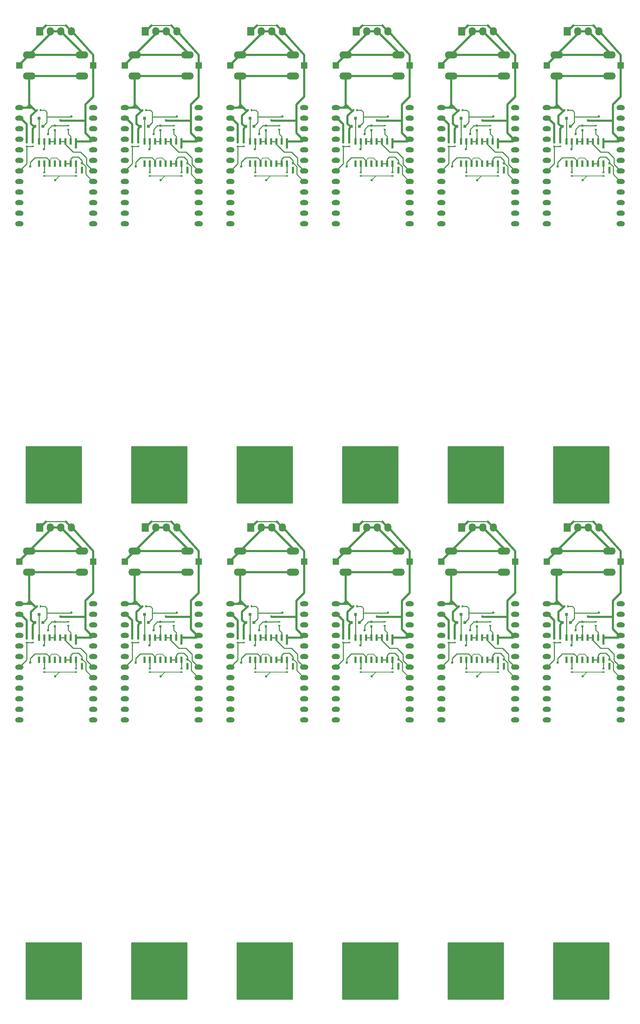
<source format=gbl>
G04 #@! TF.FileFunction,Copper,L4,Bot,Signal*
%FSLAX46Y46*%
G04 Gerber Fmt 4.6, Leading zero omitted, Abs format (unit mm)*
G04 Created by KiCad (PCBNEW 4.0.1-stable) date 10/3/2016 4:29:35 PM*
%MOMM*%
G01*
G04 APERTURE LIST*
%ADD10C,0.100000*%
%ADD11O,3.048000X1.727200*%
%ADD12R,0.500000X0.600000*%
%ADD13R,0.600000X0.400000*%
%ADD14R,0.600000X1.500000*%
%ADD15R,0.400000X0.600000*%
%ADD16R,0.800100X0.800100*%
%ADD17R,1.727200X2.032000*%
%ADD18O,1.727200X2.032000*%
%ADD19O,2.000000X1.270000*%
%ADD20R,1.500000X1.500000*%
%ADD21C,0.600000*%
%ADD22C,0.250000*%
%ADD23C,0.500000*%
%ADD24C,0.152400*%
%ADD25C,0.254000*%
G04 APERTURE END LIST*
D10*
D11*
X129895600Y-26238200D03*
X129895600Y-31318200D03*
X142595600Y-26238200D03*
X142595600Y-31318200D03*
D12*
X136067800Y-44365000D03*
X136067800Y-43265000D03*
D13*
X139319000Y-44163400D03*
X139319000Y-43263400D03*
D14*
X132257800Y-47007800D03*
X133527800Y-47007800D03*
X134797800Y-47007800D03*
X136067800Y-47007800D03*
X137337800Y-47007800D03*
X138607800Y-47007800D03*
X139877800Y-47007800D03*
X141147800Y-47007800D03*
X141147800Y-52407800D03*
X139877800Y-52407800D03*
X138607800Y-52407800D03*
X137337800Y-52407800D03*
X136067800Y-52407800D03*
X134797800Y-52407800D03*
X133527800Y-52407800D03*
X132257800Y-52407800D03*
D13*
X141147800Y-54464800D03*
X141147800Y-55364800D03*
X133553200Y-54464800D03*
X133553200Y-55364800D03*
D15*
X132657000Y-39497000D03*
X131757000Y-39497000D03*
D16*
X133207800Y-43418760D03*
X131307800Y-43418760D03*
X132257800Y-41419780D03*
D17*
X132486400Y-20548600D03*
D18*
X135026400Y-20548600D03*
X137566400Y-20548600D03*
X140106400Y-20548600D03*
D12*
X142621000Y-53382000D03*
X142621000Y-52282000D03*
D13*
X130733800Y-48227400D03*
X130733800Y-47327400D03*
X129336800Y-48227400D03*
X129336800Y-47327400D03*
D19*
X145338800Y-38887400D03*
X127558800Y-38887400D03*
X145338800Y-41427400D03*
X127558800Y-41427400D03*
X145338800Y-43967400D03*
X127558800Y-43967400D03*
X145338800Y-46507400D03*
X127558800Y-46507400D03*
X145338800Y-49047400D03*
X127558800Y-49047400D03*
X145338800Y-51587400D03*
X127558800Y-51587400D03*
X145338800Y-54127400D03*
X127558800Y-54127400D03*
X145338800Y-56667400D03*
X127558800Y-56667400D03*
X145338800Y-59207400D03*
X127558800Y-59207400D03*
X145338800Y-61747400D03*
X127558800Y-61747400D03*
X145338800Y-64287400D03*
X127558800Y-64287400D03*
X145338800Y-66827400D03*
X127558800Y-66827400D03*
D20*
X127558800Y-28727400D03*
X145338800Y-28727400D03*
D11*
X155295600Y-26238200D03*
X155295600Y-31318200D03*
X167995600Y-26238200D03*
X167995600Y-31318200D03*
D12*
X161467800Y-44365000D03*
X161467800Y-43265000D03*
D13*
X164719000Y-44163400D03*
X164719000Y-43263400D03*
D14*
X157657800Y-47007800D03*
X158927800Y-47007800D03*
X160197800Y-47007800D03*
X161467800Y-47007800D03*
X162737800Y-47007800D03*
X164007800Y-47007800D03*
X165277800Y-47007800D03*
X166547800Y-47007800D03*
X166547800Y-52407800D03*
X165277800Y-52407800D03*
X164007800Y-52407800D03*
X162737800Y-52407800D03*
X161467800Y-52407800D03*
X160197800Y-52407800D03*
X158927800Y-52407800D03*
X157657800Y-52407800D03*
D13*
X166547800Y-54464800D03*
X166547800Y-55364800D03*
X158953200Y-54464800D03*
X158953200Y-55364800D03*
D15*
X158057000Y-39497000D03*
X157157000Y-39497000D03*
D16*
X158607800Y-43418760D03*
X156707800Y-43418760D03*
X157657800Y-41419780D03*
D17*
X157886400Y-20548600D03*
D18*
X160426400Y-20548600D03*
X162966400Y-20548600D03*
X165506400Y-20548600D03*
D12*
X168021000Y-53382000D03*
X168021000Y-52282000D03*
D13*
X156133800Y-48227400D03*
X156133800Y-47327400D03*
X154736800Y-48227400D03*
X154736800Y-47327400D03*
D19*
X170738800Y-38887400D03*
X152958800Y-38887400D03*
X170738800Y-41427400D03*
X152958800Y-41427400D03*
X170738800Y-43967400D03*
X152958800Y-43967400D03*
X170738800Y-46507400D03*
X152958800Y-46507400D03*
X170738800Y-49047400D03*
X152958800Y-49047400D03*
X170738800Y-51587400D03*
X152958800Y-51587400D03*
X170738800Y-54127400D03*
X152958800Y-54127400D03*
X170738800Y-56667400D03*
X152958800Y-56667400D03*
X170738800Y-59207400D03*
X152958800Y-59207400D03*
X170738800Y-61747400D03*
X152958800Y-61747400D03*
X170738800Y-64287400D03*
X152958800Y-64287400D03*
X170738800Y-66827400D03*
X152958800Y-66827400D03*
D20*
X152958800Y-28727400D03*
X170738800Y-28727400D03*
X170738800Y-148107400D03*
X152958800Y-148107400D03*
D19*
X170738800Y-158267400D03*
X152958800Y-158267400D03*
X170738800Y-160807400D03*
X152958800Y-160807400D03*
X170738800Y-163347400D03*
X152958800Y-163347400D03*
X170738800Y-165887400D03*
X152958800Y-165887400D03*
X170738800Y-168427400D03*
X152958800Y-168427400D03*
X170738800Y-170967400D03*
X152958800Y-170967400D03*
X170738800Y-173507400D03*
X152958800Y-173507400D03*
X170738800Y-176047400D03*
X152958800Y-176047400D03*
X170738800Y-178587400D03*
X152958800Y-178587400D03*
X170738800Y-181127400D03*
X152958800Y-181127400D03*
X170738800Y-183667400D03*
X152958800Y-183667400D03*
X170738800Y-186207400D03*
X152958800Y-186207400D03*
D13*
X154736800Y-167607400D03*
X154736800Y-166707400D03*
X156133800Y-167607400D03*
X156133800Y-166707400D03*
D12*
X168021000Y-172762000D03*
X168021000Y-171662000D03*
D17*
X157886400Y-139928600D03*
D18*
X160426400Y-139928600D03*
X162966400Y-139928600D03*
X165506400Y-139928600D03*
D16*
X158607800Y-162798760D03*
X156707800Y-162798760D03*
X157657800Y-160799780D03*
D15*
X158057000Y-158877000D03*
X157157000Y-158877000D03*
D13*
X158953200Y-173844800D03*
X158953200Y-174744800D03*
X166547800Y-173844800D03*
X166547800Y-174744800D03*
D14*
X157657800Y-166387800D03*
X158927800Y-166387800D03*
X160197800Y-166387800D03*
X161467800Y-166387800D03*
X162737800Y-166387800D03*
X164007800Y-166387800D03*
X165277800Y-166387800D03*
X166547800Y-166387800D03*
X166547800Y-171787800D03*
X165277800Y-171787800D03*
X164007800Y-171787800D03*
X162737800Y-171787800D03*
X161467800Y-171787800D03*
X160197800Y-171787800D03*
X158927800Y-171787800D03*
X157657800Y-171787800D03*
D13*
X164719000Y-163543400D03*
X164719000Y-162643400D03*
D12*
X161467800Y-163745000D03*
X161467800Y-162645000D03*
D11*
X155295600Y-145618200D03*
X155295600Y-150698200D03*
X167995600Y-145618200D03*
X167995600Y-150698200D03*
D20*
X145338800Y-148107400D03*
X127558800Y-148107400D03*
D19*
X145338800Y-158267400D03*
X127558800Y-158267400D03*
X145338800Y-160807400D03*
X127558800Y-160807400D03*
X145338800Y-163347400D03*
X127558800Y-163347400D03*
X145338800Y-165887400D03*
X127558800Y-165887400D03*
X145338800Y-168427400D03*
X127558800Y-168427400D03*
X145338800Y-170967400D03*
X127558800Y-170967400D03*
X145338800Y-173507400D03*
X127558800Y-173507400D03*
X145338800Y-176047400D03*
X127558800Y-176047400D03*
X145338800Y-178587400D03*
X127558800Y-178587400D03*
X145338800Y-181127400D03*
X127558800Y-181127400D03*
X145338800Y-183667400D03*
X127558800Y-183667400D03*
X145338800Y-186207400D03*
X127558800Y-186207400D03*
D13*
X129336800Y-167607400D03*
X129336800Y-166707400D03*
X130733800Y-167607400D03*
X130733800Y-166707400D03*
D12*
X142621000Y-172762000D03*
X142621000Y-171662000D03*
D17*
X132486400Y-139928600D03*
D18*
X135026400Y-139928600D03*
X137566400Y-139928600D03*
X140106400Y-139928600D03*
D16*
X133207800Y-162798760D03*
X131307800Y-162798760D03*
X132257800Y-160799780D03*
D15*
X132657000Y-158877000D03*
X131757000Y-158877000D03*
D13*
X133553200Y-173844800D03*
X133553200Y-174744800D03*
X141147800Y-173844800D03*
X141147800Y-174744800D03*
D14*
X132257800Y-166387800D03*
X133527800Y-166387800D03*
X134797800Y-166387800D03*
X136067800Y-166387800D03*
X137337800Y-166387800D03*
X138607800Y-166387800D03*
X139877800Y-166387800D03*
X141147800Y-166387800D03*
X141147800Y-171787800D03*
X139877800Y-171787800D03*
X138607800Y-171787800D03*
X137337800Y-171787800D03*
X136067800Y-171787800D03*
X134797800Y-171787800D03*
X133527800Y-171787800D03*
X132257800Y-171787800D03*
D13*
X139319000Y-163543400D03*
X139319000Y-162643400D03*
D12*
X136067800Y-163745000D03*
X136067800Y-162645000D03*
D11*
X129895600Y-145618200D03*
X129895600Y-150698200D03*
X142595600Y-145618200D03*
X142595600Y-150698200D03*
D20*
X43738800Y-148107400D03*
X25958800Y-148107400D03*
D19*
X43738800Y-158267400D03*
X25958800Y-158267400D03*
X43738800Y-160807400D03*
X25958800Y-160807400D03*
X43738800Y-163347400D03*
X25958800Y-163347400D03*
X43738800Y-165887400D03*
X25958800Y-165887400D03*
X43738800Y-168427400D03*
X25958800Y-168427400D03*
X43738800Y-170967400D03*
X25958800Y-170967400D03*
X43738800Y-173507400D03*
X25958800Y-173507400D03*
X43738800Y-176047400D03*
X25958800Y-176047400D03*
X43738800Y-178587400D03*
X25958800Y-178587400D03*
X43738800Y-181127400D03*
X25958800Y-181127400D03*
X43738800Y-183667400D03*
X25958800Y-183667400D03*
X43738800Y-186207400D03*
X25958800Y-186207400D03*
D13*
X27736800Y-167607400D03*
X27736800Y-166707400D03*
X29133800Y-167607400D03*
X29133800Y-166707400D03*
D12*
X41021000Y-172762000D03*
X41021000Y-171662000D03*
D17*
X30886400Y-139928600D03*
D18*
X33426400Y-139928600D03*
X35966400Y-139928600D03*
X38506400Y-139928600D03*
D16*
X31607800Y-162798760D03*
X29707800Y-162798760D03*
X30657800Y-160799780D03*
D15*
X31057000Y-158877000D03*
X30157000Y-158877000D03*
D13*
X31953200Y-173844800D03*
X31953200Y-174744800D03*
X39547800Y-173844800D03*
X39547800Y-174744800D03*
D14*
X30657800Y-166387800D03*
X31927800Y-166387800D03*
X33197800Y-166387800D03*
X34467800Y-166387800D03*
X35737800Y-166387800D03*
X37007800Y-166387800D03*
X38277800Y-166387800D03*
X39547800Y-166387800D03*
X39547800Y-171787800D03*
X38277800Y-171787800D03*
X37007800Y-171787800D03*
X35737800Y-171787800D03*
X34467800Y-171787800D03*
X33197800Y-171787800D03*
X31927800Y-171787800D03*
X30657800Y-171787800D03*
D13*
X37719000Y-163543400D03*
X37719000Y-162643400D03*
D12*
X34467800Y-163745000D03*
X34467800Y-162645000D03*
D11*
X28295600Y-145618200D03*
X28295600Y-150698200D03*
X40995600Y-145618200D03*
X40995600Y-150698200D03*
X53695600Y-145618200D03*
X53695600Y-150698200D03*
X66395600Y-145618200D03*
X66395600Y-150698200D03*
D12*
X59867800Y-163745000D03*
X59867800Y-162645000D03*
D13*
X63119000Y-163543400D03*
X63119000Y-162643400D03*
D14*
X56057800Y-166387800D03*
X57327800Y-166387800D03*
X58597800Y-166387800D03*
X59867800Y-166387800D03*
X61137800Y-166387800D03*
X62407800Y-166387800D03*
X63677800Y-166387800D03*
X64947800Y-166387800D03*
X64947800Y-171787800D03*
X63677800Y-171787800D03*
X62407800Y-171787800D03*
X61137800Y-171787800D03*
X59867800Y-171787800D03*
X58597800Y-171787800D03*
X57327800Y-171787800D03*
X56057800Y-171787800D03*
D13*
X64947800Y-173844800D03*
X64947800Y-174744800D03*
X57353200Y-173844800D03*
X57353200Y-174744800D03*
D15*
X56457000Y-158877000D03*
X55557000Y-158877000D03*
D16*
X57007800Y-162798760D03*
X55107800Y-162798760D03*
X56057800Y-160799780D03*
D17*
X56286400Y-139928600D03*
D18*
X58826400Y-139928600D03*
X61366400Y-139928600D03*
X63906400Y-139928600D03*
D12*
X66421000Y-172762000D03*
X66421000Y-171662000D03*
D13*
X54533800Y-167607400D03*
X54533800Y-166707400D03*
X53136800Y-167607400D03*
X53136800Y-166707400D03*
D19*
X69138800Y-158267400D03*
X51358800Y-158267400D03*
X69138800Y-160807400D03*
X51358800Y-160807400D03*
X69138800Y-163347400D03*
X51358800Y-163347400D03*
X69138800Y-165887400D03*
X51358800Y-165887400D03*
X69138800Y-168427400D03*
X51358800Y-168427400D03*
X69138800Y-170967400D03*
X51358800Y-170967400D03*
X69138800Y-173507400D03*
X51358800Y-173507400D03*
X69138800Y-176047400D03*
X51358800Y-176047400D03*
X69138800Y-178587400D03*
X51358800Y-178587400D03*
X69138800Y-181127400D03*
X51358800Y-181127400D03*
X69138800Y-183667400D03*
X51358800Y-183667400D03*
X69138800Y-186207400D03*
X51358800Y-186207400D03*
D20*
X51358800Y-148107400D03*
X69138800Y-148107400D03*
X119938800Y-148107400D03*
X102158800Y-148107400D03*
D19*
X119938800Y-158267400D03*
X102158800Y-158267400D03*
X119938800Y-160807400D03*
X102158800Y-160807400D03*
X119938800Y-163347400D03*
X102158800Y-163347400D03*
X119938800Y-165887400D03*
X102158800Y-165887400D03*
X119938800Y-168427400D03*
X102158800Y-168427400D03*
X119938800Y-170967400D03*
X102158800Y-170967400D03*
X119938800Y-173507400D03*
X102158800Y-173507400D03*
X119938800Y-176047400D03*
X102158800Y-176047400D03*
X119938800Y-178587400D03*
X102158800Y-178587400D03*
X119938800Y-181127400D03*
X102158800Y-181127400D03*
X119938800Y-183667400D03*
X102158800Y-183667400D03*
X119938800Y-186207400D03*
X102158800Y-186207400D03*
D13*
X103936800Y-167607400D03*
X103936800Y-166707400D03*
X105333800Y-167607400D03*
X105333800Y-166707400D03*
D12*
X117221000Y-172762000D03*
X117221000Y-171662000D03*
D17*
X107086400Y-139928600D03*
D18*
X109626400Y-139928600D03*
X112166400Y-139928600D03*
X114706400Y-139928600D03*
D16*
X107807800Y-162798760D03*
X105907800Y-162798760D03*
X106857800Y-160799780D03*
D15*
X107257000Y-158877000D03*
X106357000Y-158877000D03*
D13*
X108153200Y-173844800D03*
X108153200Y-174744800D03*
X115747800Y-173844800D03*
X115747800Y-174744800D03*
D14*
X106857800Y-166387800D03*
X108127800Y-166387800D03*
X109397800Y-166387800D03*
X110667800Y-166387800D03*
X111937800Y-166387800D03*
X113207800Y-166387800D03*
X114477800Y-166387800D03*
X115747800Y-166387800D03*
X115747800Y-171787800D03*
X114477800Y-171787800D03*
X113207800Y-171787800D03*
X111937800Y-171787800D03*
X110667800Y-171787800D03*
X109397800Y-171787800D03*
X108127800Y-171787800D03*
X106857800Y-171787800D03*
D13*
X113919000Y-163543400D03*
X113919000Y-162643400D03*
D12*
X110667800Y-163745000D03*
X110667800Y-162645000D03*
D11*
X104495600Y-145618200D03*
X104495600Y-150698200D03*
X117195600Y-145618200D03*
X117195600Y-150698200D03*
X79095600Y-145618200D03*
X79095600Y-150698200D03*
X91795600Y-145618200D03*
X91795600Y-150698200D03*
D12*
X85267800Y-163745000D03*
X85267800Y-162645000D03*
D13*
X88519000Y-163543400D03*
X88519000Y-162643400D03*
D14*
X81457800Y-166387800D03*
X82727800Y-166387800D03*
X83997800Y-166387800D03*
X85267800Y-166387800D03*
X86537800Y-166387800D03*
X87807800Y-166387800D03*
X89077800Y-166387800D03*
X90347800Y-166387800D03*
X90347800Y-171787800D03*
X89077800Y-171787800D03*
X87807800Y-171787800D03*
X86537800Y-171787800D03*
X85267800Y-171787800D03*
X83997800Y-171787800D03*
X82727800Y-171787800D03*
X81457800Y-171787800D03*
D13*
X90347800Y-173844800D03*
X90347800Y-174744800D03*
X82753200Y-173844800D03*
X82753200Y-174744800D03*
D15*
X81857000Y-158877000D03*
X80957000Y-158877000D03*
D16*
X82407800Y-162798760D03*
X80507800Y-162798760D03*
X81457800Y-160799780D03*
D17*
X81686400Y-139928600D03*
D18*
X84226400Y-139928600D03*
X86766400Y-139928600D03*
X89306400Y-139928600D03*
D12*
X91821000Y-172762000D03*
X91821000Y-171662000D03*
D13*
X79933800Y-167607400D03*
X79933800Y-166707400D03*
X78536800Y-167607400D03*
X78536800Y-166707400D03*
D19*
X94538800Y-158267400D03*
X76758800Y-158267400D03*
X94538800Y-160807400D03*
X76758800Y-160807400D03*
X94538800Y-163347400D03*
X76758800Y-163347400D03*
X94538800Y-165887400D03*
X76758800Y-165887400D03*
X94538800Y-168427400D03*
X76758800Y-168427400D03*
X94538800Y-170967400D03*
X76758800Y-170967400D03*
X94538800Y-173507400D03*
X76758800Y-173507400D03*
X94538800Y-176047400D03*
X76758800Y-176047400D03*
X94538800Y-178587400D03*
X76758800Y-178587400D03*
X94538800Y-181127400D03*
X76758800Y-181127400D03*
X94538800Y-183667400D03*
X76758800Y-183667400D03*
X94538800Y-186207400D03*
X76758800Y-186207400D03*
D20*
X76758800Y-148107400D03*
X94538800Y-148107400D03*
X94538800Y-28727400D03*
X76758800Y-28727400D03*
D19*
X94538800Y-38887400D03*
X76758800Y-38887400D03*
X94538800Y-41427400D03*
X76758800Y-41427400D03*
X94538800Y-43967400D03*
X76758800Y-43967400D03*
X94538800Y-46507400D03*
X76758800Y-46507400D03*
X94538800Y-49047400D03*
X76758800Y-49047400D03*
X94538800Y-51587400D03*
X76758800Y-51587400D03*
X94538800Y-54127400D03*
X76758800Y-54127400D03*
X94538800Y-56667400D03*
X76758800Y-56667400D03*
X94538800Y-59207400D03*
X76758800Y-59207400D03*
X94538800Y-61747400D03*
X76758800Y-61747400D03*
X94538800Y-64287400D03*
X76758800Y-64287400D03*
X94538800Y-66827400D03*
X76758800Y-66827400D03*
D13*
X78536800Y-48227400D03*
X78536800Y-47327400D03*
X79933800Y-48227400D03*
X79933800Y-47327400D03*
D12*
X91821000Y-53382000D03*
X91821000Y-52282000D03*
D17*
X81686400Y-20548600D03*
D18*
X84226400Y-20548600D03*
X86766400Y-20548600D03*
X89306400Y-20548600D03*
D16*
X82407800Y-43418760D03*
X80507800Y-43418760D03*
X81457800Y-41419780D03*
D15*
X81857000Y-39497000D03*
X80957000Y-39497000D03*
D13*
X82753200Y-54464800D03*
X82753200Y-55364800D03*
X90347800Y-54464800D03*
X90347800Y-55364800D03*
D14*
X81457800Y-47007800D03*
X82727800Y-47007800D03*
X83997800Y-47007800D03*
X85267800Y-47007800D03*
X86537800Y-47007800D03*
X87807800Y-47007800D03*
X89077800Y-47007800D03*
X90347800Y-47007800D03*
X90347800Y-52407800D03*
X89077800Y-52407800D03*
X87807800Y-52407800D03*
X86537800Y-52407800D03*
X85267800Y-52407800D03*
X83997800Y-52407800D03*
X82727800Y-52407800D03*
X81457800Y-52407800D03*
D13*
X88519000Y-44163400D03*
X88519000Y-43263400D03*
D12*
X85267800Y-44365000D03*
X85267800Y-43265000D03*
D11*
X79095600Y-26238200D03*
X79095600Y-31318200D03*
X91795600Y-26238200D03*
X91795600Y-31318200D03*
X104495600Y-26238200D03*
X104495600Y-31318200D03*
X117195600Y-26238200D03*
X117195600Y-31318200D03*
D12*
X110667800Y-44365000D03*
X110667800Y-43265000D03*
D13*
X113919000Y-44163400D03*
X113919000Y-43263400D03*
D14*
X106857800Y-47007800D03*
X108127800Y-47007800D03*
X109397800Y-47007800D03*
X110667800Y-47007800D03*
X111937800Y-47007800D03*
X113207800Y-47007800D03*
X114477800Y-47007800D03*
X115747800Y-47007800D03*
X115747800Y-52407800D03*
X114477800Y-52407800D03*
X113207800Y-52407800D03*
X111937800Y-52407800D03*
X110667800Y-52407800D03*
X109397800Y-52407800D03*
X108127800Y-52407800D03*
X106857800Y-52407800D03*
D13*
X115747800Y-54464800D03*
X115747800Y-55364800D03*
X108153200Y-54464800D03*
X108153200Y-55364800D03*
D15*
X107257000Y-39497000D03*
X106357000Y-39497000D03*
D16*
X107807800Y-43418760D03*
X105907800Y-43418760D03*
X106857800Y-41419780D03*
D17*
X107086400Y-20548600D03*
D18*
X109626400Y-20548600D03*
X112166400Y-20548600D03*
X114706400Y-20548600D03*
D12*
X117221000Y-53382000D03*
X117221000Y-52282000D03*
D13*
X105333800Y-48227400D03*
X105333800Y-47327400D03*
X103936800Y-48227400D03*
X103936800Y-47327400D03*
D19*
X119938800Y-38887400D03*
X102158800Y-38887400D03*
X119938800Y-41427400D03*
X102158800Y-41427400D03*
X119938800Y-43967400D03*
X102158800Y-43967400D03*
X119938800Y-46507400D03*
X102158800Y-46507400D03*
X119938800Y-49047400D03*
X102158800Y-49047400D03*
X119938800Y-51587400D03*
X102158800Y-51587400D03*
X119938800Y-54127400D03*
X102158800Y-54127400D03*
X119938800Y-56667400D03*
X102158800Y-56667400D03*
X119938800Y-59207400D03*
X102158800Y-59207400D03*
X119938800Y-61747400D03*
X102158800Y-61747400D03*
X119938800Y-64287400D03*
X102158800Y-64287400D03*
X119938800Y-66827400D03*
X102158800Y-66827400D03*
D20*
X102158800Y-28727400D03*
X119938800Y-28727400D03*
X69138800Y-28727400D03*
X51358800Y-28727400D03*
D19*
X69138800Y-38887400D03*
X51358800Y-38887400D03*
X69138800Y-41427400D03*
X51358800Y-41427400D03*
X69138800Y-43967400D03*
X51358800Y-43967400D03*
X69138800Y-46507400D03*
X51358800Y-46507400D03*
X69138800Y-49047400D03*
X51358800Y-49047400D03*
X69138800Y-51587400D03*
X51358800Y-51587400D03*
X69138800Y-54127400D03*
X51358800Y-54127400D03*
X69138800Y-56667400D03*
X51358800Y-56667400D03*
X69138800Y-59207400D03*
X51358800Y-59207400D03*
X69138800Y-61747400D03*
X51358800Y-61747400D03*
X69138800Y-64287400D03*
X51358800Y-64287400D03*
X69138800Y-66827400D03*
X51358800Y-66827400D03*
D13*
X53136800Y-48227400D03*
X53136800Y-47327400D03*
X54533800Y-48227400D03*
X54533800Y-47327400D03*
D12*
X66421000Y-53382000D03*
X66421000Y-52282000D03*
D17*
X56286400Y-20548600D03*
D18*
X58826400Y-20548600D03*
X61366400Y-20548600D03*
X63906400Y-20548600D03*
D16*
X57007800Y-43418760D03*
X55107800Y-43418760D03*
X56057800Y-41419780D03*
D15*
X56457000Y-39497000D03*
X55557000Y-39497000D03*
D13*
X57353200Y-54464800D03*
X57353200Y-55364800D03*
X64947800Y-54464800D03*
X64947800Y-55364800D03*
D14*
X56057800Y-47007800D03*
X57327800Y-47007800D03*
X58597800Y-47007800D03*
X59867800Y-47007800D03*
X61137800Y-47007800D03*
X62407800Y-47007800D03*
X63677800Y-47007800D03*
X64947800Y-47007800D03*
X64947800Y-52407800D03*
X63677800Y-52407800D03*
X62407800Y-52407800D03*
X61137800Y-52407800D03*
X59867800Y-52407800D03*
X58597800Y-52407800D03*
X57327800Y-52407800D03*
X56057800Y-52407800D03*
D13*
X63119000Y-44163400D03*
X63119000Y-43263400D03*
D12*
X59867800Y-44365000D03*
X59867800Y-43265000D03*
D11*
X53695600Y-26238200D03*
X53695600Y-31318200D03*
X66395600Y-26238200D03*
X66395600Y-31318200D03*
X28295600Y-26238200D03*
X28295600Y-31318200D03*
X40995600Y-26238200D03*
X40995600Y-31318200D03*
D12*
X34467800Y-44365000D03*
X34467800Y-43265000D03*
D13*
X37719000Y-44163400D03*
X37719000Y-43263400D03*
D14*
X30657800Y-47007800D03*
X31927800Y-47007800D03*
X33197800Y-47007800D03*
X34467800Y-47007800D03*
X35737800Y-47007800D03*
X37007800Y-47007800D03*
X38277800Y-47007800D03*
X39547800Y-47007800D03*
X39547800Y-52407800D03*
X38277800Y-52407800D03*
X37007800Y-52407800D03*
X35737800Y-52407800D03*
X34467800Y-52407800D03*
X33197800Y-52407800D03*
X31927800Y-52407800D03*
X30657800Y-52407800D03*
D13*
X39547800Y-54464800D03*
X39547800Y-55364800D03*
X31953200Y-54464800D03*
X31953200Y-55364800D03*
D15*
X31057000Y-39497000D03*
X30157000Y-39497000D03*
D16*
X31607800Y-43418760D03*
X29707800Y-43418760D03*
X30657800Y-41419780D03*
D17*
X30886400Y-20548600D03*
D18*
X33426400Y-20548600D03*
X35966400Y-20548600D03*
X38506400Y-20548600D03*
D12*
X41021000Y-53382000D03*
X41021000Y-52282000D03*
D13*
X29133800Y-48227400D03*
X29133800Y-47327400D03*
X27736800Y-48227400D03*
X27736800Y-47327400D03*
D19*
X43738800Y-38887400D03*
X25958800Y-38887400D03*
X43738800Y-41427400D03*
X25958800Y-41427400D03*
X43738800Y-43967400D03*
X25958800Y-43967400D03*
X43738800Y-46507400D03*
X25958800Y-46507400D03*
X43738800Y-49047400D03*
X25958800Y-49047400D03*
X43738800Y-51587400D03*
X25958800Y-51587400D03*
X43738800Y-54127400D03*
X25958800Y-54127400D03*
X43738800Y-56667400D03*
X25958800Y-56667400D03*
X43738800Y-59207400D03*
X25958800Y-59207400D03*
X43738800Y-61747400D03*
X25958800Y-61747400D03*
X43738800Y-64287400D03*
X25958800Y-64287400D03*
X43738800Y-66827400D03*
X25958800Y-66827400D03*
D20*
X25958800Y-28727400D03*
X43738800Y-28727400D03*
D21*
X134493000Y-45237400D03*
X159893000Y-45237400D03*
X159893000Y-164617400D03*
X134493000Y-164617400D03*
X32893000Y-164617400D03*
X58293000Y-164617400D03*
X109093000Y-164617400D03*
X83693000Y-164617400D03*
X83693000Y-45237400D03*
X109093000Y-45237400D03*
X58293000Y-45237400D03*
X32893000Y-45237400D03*
X141147800Y-48514000D03*
X142595600Y-54508400D03*
X137414000Y-41986200D03*
X166547800Y-48514000D03*
X167995600Y-54508400D03*
X162814000Y-41986200D03*
X162814000Y-161366200D03*
X167995600Y-173888400D03*
X166547800Y-167894000D03*
X137414000Y-161366200D03*
X142595600Y-173888400D03*
X141147800Y-167894000D03*
X35814000Y-161366200D03*
X40995600Y-173888400D03*
X39547800Y-167894000D03*
X64947800Y-167894000D03*
X66395600Y-173888400D03*
X61214000Y-161366200D03*
X112014000Y-161366200D03*
X117195600Y-173888400D03*
X115747800Y-167894000D03*
X90347800Y-167894000D03*
X91795600Y-173888400D03*
X86614000Y-161366200D03*
X86614000Y-41986200D03*
X91795600Y-54508400D03*
X90347800Y-48514000D03*
X115747800Y-48514000D03*
X117195600Y-54508400D03*
X112014000Y-41986200D03*
X61214000Y-41986200D03*
X66395600Y-54508400D03*
X64947800Y-48514000D03*
X39547800Y-48514000D03*
X40995600Y-54508400D03*
X35814000Y-41986200D03*
X133477000Y-48869600D03*
X158877000Y-48869600D03*
X158877000Y-168249600D03*
X133477000Y-168249600D03*
X31877000Y-168249600D03*
X57277000Y-168249600D03*
X108077000Y-168249600D03*
X82677000Y-168249600D03*
X82677000Y-48869600D03*
X108077000Y-48869600D03*
X57277000Y-48869600D03*
X31877000Y-48869600D03*
X136220200Y-56311800D03*
X161620200Y-56311800D03*
X161620200Y-175691800D03*
X136220200Y-175691800D03*
X34620200Y-175691800D03*
X60020200Y-175691800D03*
X110820200Y-175691800D03*
X85420200Y-175691800D03*
X85420200Y-56311800D03*
X110820200Y-56311800D03*
X60020200Y-56311800D03*
X34620200Y-56311800D03*
X130175000Y-53060600D03*
X155575000Y-53060600D03*
X155575000Y-172440600D03*
X130175000Y-172440600D03*
X28575000Y-172440600D03*
X53975000Y-172440600D03*
X104775000Y-172440600D03*
X79375000Y-172440600D03*
X79375000Y-53060600D03*
X104775000Y-53060600D03*
X53975000Y-53060600D03*
X28575000Y-53060600D03*
X140081000Y-41046400D03*
X165481000Y-41046400D03*
X165481000Y-160426400D03*
X140081000Y-160426400D03*
X38481000Y-160426400D03*
X63881000Y-160426400D03*
X114681000Y-160426400D03*
X89281000Y-160426400D03*
X89281000Y-41046400D03*
X114681000Y-41046400D03*
X63881000Y-41046400D03*
X38481000Y-41046400D03*
D22*
X136067800Y-47007800D02*
X136067800Y-44365000D01*
X134797800Y-47007800D02*
X136067800Y-47007800D01*
X161467800Y-47007800D02*
X161467800Y-44365000D01*
X160197800Y-47007800D02*
X161467800Y-47007800D01*
X160197800Y-166387800D02*
X161467800Y-166387800D01*
X161467800Y-166387800D02*
X161467800Y-163745000D01*
X134797800Y-166387800D02*
X136067800Y-166387800D01*
X136067800Y-166387800D02*
X136067800Y-163745000D01*
X33197800Y-166387800D02*
X34467800Y-166387800D01*
X34467800Y-166387800D02*
X34467800Y-163745000D01*
X59867800Y-166387800D02*
X59867800Y-163745000D01*
X58597800Y-166387800D02*
X59867800Y-166387800D01*
X109397800Y-166387800D02*
X110667800Y-166387800D01*
X110667800Y-166387800D02*
X110667800Y-163745000D01*
X85267800Y-166387800D02*
X85267800Y-163745000D01*
X83997800Y-166387800D02*
X85267800Y-166387800D01*
X83997800Y-47007800D02*
X85267800Y-47007800D01*
X85267800Y-47007800D02*
X85267800Y-44365000D01*
X110667800Y-47007800D02*
X110667800Y-44365000D01*
X109397800Y-47007800D02*
X110667800Y-47007800D01*
X58597800Y-47007800D02*
X59867800Y-47007800D01*
X59867800Y-47007800D02*
X59867800Y-44365000D01*
X34467800Y-47007800D02*
X34467800Y-44365000D01*
X33197800Y-47007800D02*
X34467800Y-47007800D01*
X136067800Y-43265000D02*
X135373200Y-43265000D01*
X134493000Y-44145200D02*
X134493000Y-45237400D01*
X135373200Y-43265000D02*
X134493000Y-44145200D01*
X136067800Y-43265000D02*
X139317400Y-43265000D01*
X139317400Y-43265000D02*
X139319000Y-43263400D01*
X161467800Y-43265000D02*
X160773200Y-43265000D01*
X159893000Y-44145200D02*
X159893000Y-45237400D01*
X160773200Y-43265000D02*
X159893000Y-44145200D01*
X161467800Y-43265000D02*
X164717400Y-43265000D01*
X164717400Y-43265000D02*
X164719000Y-43263400D01*
X164717400Y-162645000D02*
X164719000Y-162643400D01*
X161467800Y-162645000D02*
X164717400Y-162645000D01*
X160773200Y-162645000D02*
X159893000Y-163525200D01*
X159893000Y-163525200D02*
X159893000Y-164617400D01*
X161467800Y-162645000D02*
X160773200Y-162645000D01*
X139317400Y-162645000D02*
X139319000Y-162643400D01*
X136067800Y-162645000D02*
X139317400Y-162645000D01*
X135373200Y-162645000D02*
X134493000Y-163525200D01*
X134493000Y-163525200D02*
X134493000Y-164617400D01*
X136067800Y-162645000D02*
X135373200Y-162645000D01*
X37717400Y-162645000D02*
X37719000Y-162643400D01*
X34467800Y-162645000D02*
X37717400Y-162645000D01*
X33773200Y-162645000D02*
X32893000Y-163525200D01*
X32893000Y-163525200D02*
X32893000Y-164617400D01*
X34467800Y-162645000D02*
X33773200Y-162645000D01*
X59867800Y-162645000D02*
X59173200Y-162645000D01*
X58293000Y-163525200D02*
X58293000Y-164617400D01*
X59173200Y-162645000D02*
X58293000Y-163525200D01*
X59867800Y-162645000D02*
X63117400Y-162645000D01*
X63117400Y-162645000D02*
X63119000Y-162643400D01*
X113917400Y-162645000D02*
X113919000Y-162643400D01*
X110667800Y-162645000D02*
X113917400Y-162645000D01*
X109973200Y-162645000D02*
X109093000Y-163525200D01*
X109093000Y-163525200D02*
X109093000Y-164617400D01*
X110667800Y-162645000D02*
X109973200Y-162645000D01*
X85267800Y-162645000D02*
X84573200Y-162645000D01*
X83693000Y-163525200D02*
X83693000Y-164617400D01*
X84573200Y-162645000D02*
X83693000Y-163525200D01*
X85267800Y-162645000D02*
X88517400Y-162645000D01*
X88517400Y-162645000D02*
X88519000Y-162643400D01*
X88517400Y-43265000D02*
X88519000Y-43263400D01*
X85267800Y-43265000D02*
X88517400Y-43265000D01*
X84573200Y-43265000D02*
X83693000Y-44145200D01*
X83693000Y-44145200D02*
X83693000Y-45237400D01*
X85267800Y-43265000D02*
X84573200Y-43265000D01*
X110667800Y-43265000D02*
X109973200Y-43265000D01*
X109093000Y-44145200D02*
X109093000Y-45237400D01*
X109973200Y-43265000D02*
X109093000Y-44145200D01*
X110667800Y-43265000D02*
X113917400Y-43265000D01*
X113917400Y-43265000D02*
X113919000Y-43263400D01*
X63117400Y-43265000D02*
X63119000Y-43263400D01*
X59867800Y-43265000D02*
X63117400Y-43265000D01*
X59173200Y-43265000D02*
X58293000Y-44145200D01*
X58293000Y-44145200D02*
X58293000Y-45237400D01*
X59867800Y-43265000D02*
X59173200Y-43265000D01*
X34467800Y-43265000D02*
X33773200Y-43265000D01*
X32893000Y-44145200D02*
X32893000Y-45237400D01*
X33773200Y-43265000D02*
X32893000Y-44145200D01*
X34467800Y-43265000D02*
X37717400Y-43265000D01*
X37717400Y-43265000D02*
X37719000Y-43263400D01*
D23*
X129514600Y-38887400D02*
X129514600Y-38785800D01*
X130022600Y-38277800D02*
X129895600Y-38277800D01*
X129514600Y-38785800D02*
X130022600Y-38277800D01*
X127558800Y-38887400D02*
X129514600Y-38887400D01*
X129514600Y-38887400D02*
X130632200Y-38887400D01*
X130632200Y-38887400D02*
X131241800Y-39497000D01*
X130733800Y-47327400D02*
X130733800Y-43992760D01*
X130733800Y-43992760D02*
X131307800Y-43418760D01*
D22*
X131307800Y-43418760D02*
X131023360Y-43418760D01*
D23*
X131023360Y-43418760D02*
X130378200Y-42773600D01*
X130378200Y-42773600D02*
X130378200Y-40875800D01*
X130378200Y-40875800D02*
X131757000Y-39497000D01*
X129895600Y-31318200D02*
X129895600Y-38277800D01*
X129895600Y-38277800D02*
X129895600Y-38150800D01*
X129895600Y-38150800D02*
X131241800Y-39497000D01*
D22*
X131241800Y-39497000D02*
X131757000Y-39497000D01*
D23*
X129895600Y-31318200D02*
X142595600Y-31318200D01*
X154914600Y-38887400D02*
X154914600Y-38785800D01*
X155422600Y-38277800D02*
X155295600Y-38277800D01*
X154914600Y-38785800D02*
X155422600Y-38277800D01*
X152958800Y-38887400D02*
X154914600Y-38887400D01*
X154914600Y-38887400D02*
X156032200Y-38887400D01*
X156032200Y-38887400D02*
X156641800Y-39497000D01*
X156133800Y-47327400D02*
X156133800Y-43992760D01*
X156133800Y-43992760D02*
X156707800Y-43418760D01*
D22*
X156707800Y-43418760D02*
X156423360Y-43418760D01*
D23*
X156423360Y-43418760D02*
X155778200Y-42773600D01*
X155778200Y-42773600D02*
X155778200Y-40875800D01*
X155778200Y-40875800D02*
X157157000Y-39497000D01*
X155295600Y-31318200D02*
X155295600Y-38277800D01*
X155295600Y-38277800D02*
X155295600Y-38150800D01*
X155295600Y-38150800D02*
X156641800Y-39497000D01*
D22*
X156641800Y-39497000D02*
X157157000Y-39497000D01*
D23*
X155295600Y-31318200D02*
X167995600Y-31318200D01*
X155295600Y-150698200D02*
X167995600Y-150698200D01*
D22*
X156641800Y-158877000D02*
X157157000Y-158877000D01*
D23*
X155295600Y-157530800D02*
X156641800Y-158877000D01*
X155295600Y-157657800D02*
X155295600Y-157530800D01*
X155295600Y-150698200D02*
X155295600Y-157657800D01*
X155778200Y-160255800D02*
X157157000Y-158877000D01*
X155778200Y-162153600D02*
X155778200Y-160255800D01*
X156423360Y-162798760D02*
X155778200Y-162153600D01*
D22*
X156707800Y-162798760D02*
X156423360Y-162798760D01*
D23*
X156133800Y-163372760D02*
X156707800Y-162798760D01*
X156133800Y-166707400D02*
X156133800Y-163372760D01*
X156032200Y-158267400D02*
X156641800Y-158877000D01*
X154914600Y-158267400D02*
X156032200Y-158267400D01*
X152958800Y-158267400D02*
X154914600Y-158267400D01*
X154914600Y-158165800D02*
X155422600Y-157657800D01*
X155422600Y-157657800D02*
X155295600Y-157657800D01*
X154914600Y-158267400D02*
X154914600Y-158165800D01*
X129895600Y-150698200D02*
X142595600Y-150698200D01*
D22*
X131241800Y-158877000D02*
X131757000Y-158877000D01*
D23*
X129895600Y-157530800D02*
X131241800Y-158877000D01*
X129895600Y-157657800D02*
X129895600Y-157530800D01*
X129895600Y-150698200D02*
X129895600Y-157657800D01*
X130378200Y-160255800D02*
X131757000Y-158877000D01*
X130378200Y-162153600D02*
X130378200Y-160255800D01*
X131023360Y-162798760D02*
X130378200Y-162153600D01*
D22*
X131307800Y-162798760D02*
X131023360Y-162798760D01*
D23*
X130733800Y-163372760D02*
X131307800Y-162798760D01*
X130733800Y-166707400D02*
X130733800Y-163372760D01*
X130632200Y-158267400D02*
X131241800Y-158877000D01*
X129514600Y-158267400D02*
X130632200Y-158267400D01*
X127558800Y-158267400D02*
X129514600Y-158267400D01*
X129514600Y-158165800D02*
X130022600Y-157657800D01*
X130022600Y-157657800D02*
X129895600Y-157657800D01*
X129514600Y-158267400D02*
X129514600Y-158165800D01*
X28295600Y-150698200D02*
X40995600Y-150698200D01*
D22*
X29641800Y-158877000D02*
X30157000Y-158877000D01*
D23*
X28295600Y-157530800D02*
X29641800Y-158877000D01*
X28295600Y-157657800D02*
X28295600Y-157530800D01*
X28295600Y-150698200D02*
X28295600Y-157657800D01*
X28778200Y-160255800D02*
X30157000Y-158877000D01*
X28778200Y-162153600D02*
X28778200Y-160255800D01*
X29423360Y-162798760D02*
X28778200Y-162153600D01*
D22*
X29707800Y-162798760D02*
X29423360Y-162798760D01*
D23*
X29133800Y-163372760D02*
X29707800Y-162798760D01*
X29133800Y-166707400D02*
X29133800Y-163372760D01*
X29032200Y-158267400D02*
X29641800Y-158877000D01*
X27914600Y-158267400D02*
X29032200Y-158267400D01*
X25958800Y-158267400D02*
X27914600Y-158267400D01*
X27914600Y-158165800D02*
X28422600Y-157657800D01*
X28422600Y-157657800D02*
X28295600Y-157657800D01*
X27914600Y-158267400D02*
X27914600Y-158165800D01*
X53314600Y-158267400D02*
X53314600Y-158165800D01*
X53822600Y-157657800D02*
X53695600Y-157657800D01*
X53314600Y-158165800D02*
X53822600Y-157657800D01*
X51358800Y-158267400D02*
X53314600Y-158267400D01*
X53314600Y-158267400D02*
X54432200Y-158267400D01*
X54432200Y-158267400D02*
X55041800Y-158877000D01*
X54533800Y-166707400D02*
X54533800Y-163372760D01*
X54533800Y-163372760D02*
X55107800Y-162798760D01*
D22*
X55107800Y-162798760D02*
X54823360Y-162798760D01*
D23*
X54823360Y-162798760D02*
X54178200Y-162153600D01*
X54178200Y-162153600D02*
X54178200Y-160255800D01*
X54178200Y-160255800D02*
X55557000Y-158877000D01*
X53695600Y-150698200D02*
X53695600Y-157657800D01*
X53695600Y-157657800D02*
X53695600Y-157530800D01*
X53695600Y-157530800D02*
X55041800Y-158877000D01*
D22*
X55041800Y-158877000D02*
X55557000Y-158877000D01*
D23*
X53695600Y-150698200D02*
X66395600Y-150698200D01*
X104495600Y-150698200D02*
X117195600Y-150698200D01*
D22*
X105841800Y-158877000D02*
X106357000Y-158877000D01*
D23*
X104495600Y-157530800D02*
X105841800Y-158877000D01*
X104495600Y-157657800D02*
X104495600Y-157530800D01*
X104495600Y-150698200D02*
X104495600Y-157657800D01*
X104978200Y-160255800D02*
X106357000Y-158877000D01*
X104978200Y-162153600D02*
X104978200Y-160255800D01*
X105623360Y-162798760D02*
X104978200Y-162153600D01*
D22*
X105907800Y-162798760D02*
X105623360Y-162798760D01*
D23*
X105333800Y-163372760D02*
X105907800Y-162798760D01*
X105333800Y-166707400D02*
X105333800Y-163372760D01*
X105232200Y-158267400D02*
X105841800Y-158877000D01*
X104114600Y-158267400D02*
X105232200Y-158267400D01*
X102158800Y-158267400D02*
X104114600Y-158267400D01*
X104114600Y-158165800D02*
X104622600Y-157657800D01*
X104622600Y-157657800D02*
X104495600Y-157657800D01*
X104114600Y-158267400D02*
X104114600Y-158165800D01*
X78714600Y-158267400D02*
X78714600Y-158165800D01*
X79222600Y-157657800D02*
X79095600Y-157657800D01*
X78714600Y-158165800D02*
X79222600Y-157657800D01*
X76758800Y-158267400D02*
X78714600Y-158267400D01*
X78714600Y-158267400D02*
X79832200Y-158267400D01*
X79832200Y-158267400D02*
X80441800Y-158877000D01*
X79933800Y-166707400D02*
X79933800Y-163372760D01*
X79933800Y-163372760D02*
X80507800Y-162798760D01*
D22*
X80507800Y-162798760D02*
X80223360Y-162798760D01*
D23*
X80223360Y-162798760D02*
X79578200Y-162153600D01*
X79578200Y-162153600D02*
X79578200Y-160255800D01*
X79578200Y-160255800D02*
X80957000Y-158877000D01*
X79095600Y-150698200D02*
X79095600Y-157657800D01*
X79095600Y-157657800D02*
X79095600Y-157530800D01*
X79095600Y-157530800D02*
X80441800Y-158877000D01*
D22*
X80441800Y-158877000D02*
X80957000Y-158877000D01*
D23*
X79095600Y-150698200D02*
X91795600Y-150698200D01*
X79095600Y-31318200D02*
X91795600Y-31318200D01*
D22*
X80441800Y-39497000D02*
X80957000Y-39497000D01*
D23*
X79095600Y-38150800D02*
X80441800Y-39497000D01*
X79095600Y-38277800D02*
X79095600Y-38150800D01*
X79095600Y-31318200D02*
X79095600Y-38277800D01*
X79578200Y-40875800D02*
X80957000Y-39497000D01*
X79578200Y-42773600D02*
X79578200Y-40875800D01*
X80223360Y-43418760D02*
X79578200Y-42773600D01*
D22*
X80507800Y-43418760D02*
X80223360Y-43418760D01*
D23*
X79933800Y-43992760D02*
X80507800Y-43418760D01*
X79933800Y-47327400D02*
X79933800Y-43992760D01*
X79832200Y-38887400D02*
X80441800Y-39497000D01*
X78714600Y-38887400D02*
X79832200Y-38887400D01*
X76758800Y-38887400D02*
X78714600Y-38887400D01*
X78714600Y-38785800D02*
X79222600Y-38277800D01*
X79222600Y-38277800D02*
X79095600Y-38277800D01*
X78714600Y-38887400D02*
X78714600Y-38785800D01*
X104114600Y-38887400D02*
X104114600Y-38785800D01*
X104622600Y-38277800D02*
X104495600Y-38277800D01*
X104114600Y-38785800D02*
X104622600Y-38277800D01*
X102158800Y-38887400D02*
X104114600Y-38887400D01*
X104114600Y-38887400D02*
X105232200Y-38887400D01*
X105232200Y-38887400D02*
X105841800Y-39497000D01*
X105333800Y-47327400D02*
X105333800Y-43992760D01*
X105333800Y-43992760D02*
X105907800Y-43418760D01*
D22*
X105907800Y-43418760D02*
X105623360Y-43418760D01*
D23*
X105623360Y-43418760D02*
X104978200Y-42773600D01*
X104978200Y-42773600D02*
X104978200Y-40875800D01*
X104978200Y-40875800D02*
X106357000Y-39497000D01*
X104495600Y-31318200D02*
X104495600Y-38277800D01*
X104495600Y-38277800D02*
X104495600Y-38150800D01*
X104495600Y-38150800D02*
X105841800Y-39497000D01*
D22*
X105841800Y-39497000D02*
X106357000Y-39497000D01*
D23*
X104495600Y-31318200D02*
X117195600Y-31318200D01*
X53695600Y-31318200D02*
X66395600Y-31318200D01*
D22*
X55041800Y-39497000D02*
X55557000Y-39497000D01*
D23*
X53695600Y-38150800D02*
X55041800Y-39497000D01*
X53695600Y-38277800D02*
X53695600Y-38150800D01*
X53695600Y-31318200D02*
X53695600Y-38277800D01*
X54178200Y-40875800D02*
X55557000Y-39497000D01*
X54178200Y-42773600D02*
X54178200Y-40875800D01*
X54823360Y-43418760D02*
X54178200Y-42773600D01*
D22*
X55107800Y-43418760D02*
X54823360Y-43418760D01*
D23*
X54533800Y-43992760D02*
X55107800Y-43418760D01*
X54533800Y-47327400D02*
X54533800Y-43992760D01*
X54432200Y-38887400D02*
X55041800Y-39497000D01*
X53314600Y-38887400D02*
X54432200Y-38887400D01*
X51358800Y-38887400D02*
X53314600Y-38887400D01*
X53314600Y-38785800D02*
X53822600Y-38277800D01*
X53822600Y-38277800D02*
X53695600Y-38277800D01*
X53314600Y-38887400D02*
X53314600Y-38785800D01*
X27914600Y-38887400D02*
X27914600Y-38785800D01*
X28422600Y-38277800D02*
X28295600Y-38277800D01*
X27914600Y-38785800D02*
X28422600Y-38277800D01*
X25958800Y-38887400D02*
X27914600Y-38887400D01*
X27914600Y-38887400D02*
X29032200Y-38887400D01*
X29032200Y-38887400D02*
X29641800Y-39497000D01*
X29133800Y-47327400D02*
X29133800Y-43992760D01*
X29133800Y-43992760D02*
X29707800Y-43418760D01*
D22*
X29707800Y-43418760D02*
X29423360Y-43418760D01*
D23*
X29423360Y-43418760D02*
X28778200Y-42773600D01*
X28778200Y-42773600D02*
X28778200Y-40875800D01*
X28778200Y-40875800D02*
X30157000Y-39497000D01*
X28295600Y-31318200D02*
X28295600Y-38277800D01*
X28295600Y-38277800D02*
X28295600Y-38150800D01*
X28295600Y-38150800D02*
X29641800Y-39497000D01*
D22*
X29641800Y-39497000D02*
X30157000Y-39497000D01*
D23*
X28295600Y-31318200D02*
X40995600Y-31318200D01*
X142621000Y-53382000D02*
X142621000Y-54483000D01*
X141147800Y-48514000D02*
X141147800Y-47007800D01*
X142621000Y-54483000D02*
X142595600Y-54508400D01*
X141147800Y-47007800D02*
X144838400Y-47007800D01*
X144838400Y-47007800D02*
X145338800Y-46507400D01*
X129336800Y-47327400D02*
X129336800Y-42849800D01*
X129336800Y-42849800D02*
X127914400Y-41427400D01*
X127914400Y-41427400D02*
X127558800Y-41427400D01*
X143484600Y-42062400D02*
X137490200Y-42062400D01*
X137490200Y-42062400D02*
X137414000Y-41986200D01*
X145338800Y-28727400D02*
X145338800Y-36271200D01*
X143484600Y-44983400D02*
X145008600Y-46507400D01*
X143484600Y-38125400D02*
X143484600Y-42062400D01*
X143484600Y-42062400D02*
X143484600Y-44983400D01*
X145338800Y-36271200D02*
X143484600Y-38125400D01*
X145008600Y-46507400D02*
X145338800Y-46507400D01*
X132486400Y-20548600D02*
X132537200Y-20548600D01*
X132537200Y-20548600D02*
X133959600Y-19126200D01*
D22*
X133959600Y-19126200D02*
X138684000Y-19126200D01*
D23*
X138684000Y-19126200D02*
X140106400Y-20548600D01*
X140106400Y-20548600D02*
X140258800Y-20548600D01*
X140258800Y-20548600D02*
X145338800Y-26187400D01*
X145338800Y-26187400D02*
X145338800Y-28727400D01*
X168021000Y-53382000D02*
X168021000Y-54483000D01*
X166547800Y-48514000D02*
X166547800Y-47007800D01*
X168021000Y-54483000D02*
X167995600Y-54508400D01*
X166547800Y-47007800D02*
X170238400Y-47007800D01*
X170238400Y-47007800D02*
X170738800Y-46507400D01*
X154736800Y-47327400D02*
X154736800Y-42849800D01*
X154736800Y-42849800D02*
X153314400Y-41427400D01*
X153314400Y-41427400D02*
X152958800Y-41427400D01*
X168884600Y-42062400D02*
X162890200Y-42062400D01*
X162890200Y-42062400D02*
X162814000Y-41986200D01*
X170738800Y-28727400D02*
X170738800Y-36271200D01*
X168884600Y-44983400D02*
X170408600Y-46507400D01*
X168884600Y-38125400D02*
X168884600Y-42062400D01*
X168884600Y-42062400D02*
X168884600Y-44983400D01*
X170738800Y-36271200D02*
X168884600Y-38125400D01*
X170408600Y-46507400D02*
X170738800Y-46507400D01*
X157886400Y-20548600D02*
X157937200Y-20548600D01*
X157937200Y-20548600D02*
X159359600Y-19126200D01*
D22*
X159359600Y-19126200D02*
X164084000Y-19126200D01*
D23*
X164084000Y-19126200D02*
X165506400Y-20548600D01*
X165506400Y-20548600D02*
X165658800Y-20548600D01*
X165658800Y-20548600D02*
X170738800Y-26187400D01*
X170738800Y-26187400D02*
X170738800Y-28727400D01*
X170738800Y-145567400D02*
X170738800Y-148107400D01*
X165658800Y-139928600D02*
X170738800Y-145567400D01*
X165506400Y-139928600D02*
X165658800Y-139928600D01*
X164084000Y-138506200D02*
X165506400Y-139928600D01*
D22*
X159359600Y-138506200D02*
X164084000Y-138506200D01*
D23*
X157937200Y-139928600D02*
X159359600Y-138506200D01*
X157886400Y-139928600D02*
X157937200Y-139928600D01*
X170408600Y-165887400D02*
X170738800Y-165887400D01*
X170738800Y-155651200D02*
X168884600Y-157505400D01*
X168884600Y-161442400D02*
X168884600Y-164363400D01*
X168884600Y-157505400D02*
X168884600Y-161442400D01*
X168884600Y-164363400D02*
X170408600Y-165887400D01*
X170738800Y-148107400D02*
X170738800Y-155651200D01*
X162890200Y-161442400D02*
X162814000Y-161366200D01*
X168884600Y-161442400D02*
X162890200Y-161442400D01*
X153314400Y-160807400D02*
X152958800Y-160807400D01*
X154736800Y-162229800D02*
X153314400Y-160807400D01*
X154736800Y-166707400D02*
X154736800Y-162229800D01*
X170238400Y-166387800D02*
X170738800Y-165887400D01*
X166547800Y-166387800D02*
X170238400Y-166387800D01*
X168021000Y-173863000D02*
X167995600Y-173888400D01*
X166547800Y-167894000D02*
X166547800Y-166387800D01*
X168021000Y-172762000D02*
X168021000Y-173863000D01*
X145338800Y-145567400D02*
X145338800Y-148107400D01*
X140258800Y-139928600D02*
X145338800Y-145567400D01*
X140106400Y-139928600D02*
X140258800Y-139928600D01*
X138684000Y-138506200D02*
X140106400Y-139928600D01*
D22*
X133959600Y-138506200D02*
X138684000Y-138506200D01*
D23*
X132537200Y-139928600D02*
X133959600Y-138506200D01*
X132486400Y-139928600D02*
X132537200Y-139928600D01*
X145008600Y-165887400D02*
X145338800Y-165887400D01*
X145338800Y-155651200D02*
X143484600Y-157505400D01*
X143484600Y-161442400D02*
X143484600Y-164363400D01*
X143484600Y-157505400D02*
X143484600Y-161442400D01*
X143484600Y-164363400D02*
X145008600Y-165887400D01*
X145338800Y-148107400D02*
X145338800Y-155651200D01*
X137490200Y-161442400D02*
X137414000Y-161366200D01*
X143484600Y-161442400D02*
X137490200Y-161442400D01*
X127914400Y-160807400D02*
X127558800Y-160807400D01*
X129336800Y-162229800D02*
X127914400Y-160807400D01*
X129336800Y-166707400D02*
X129336800Y-162229800D01*
X144838400Y-166387800D02*
X145338800Y-165887400D01*
X141147800Y-166387800D02*
X144838400Y-166387800D01*
X142621000Y-173863000D02*
X142595600Y-173888400D01*
X141147800Y-167894000D02*
X141147800Y-166387800D01*
X142621000Y-172762000D02*
X142621000Y-173863000D01*
X43738800Y-145567400D02*
X43738800Y-148107400D01*
X38658800Y-139928600D02*
X43738800Y-145567400D01*
X38506400Y-139928600D02*
X38658800Y-139928600D01*
X37084000Y-138506200D02*
X38506400Y-139928600D01*
D22*
X32359600Y-138506200D02*
X37084000Y-138506200D01*
D23*
X30937200Y-139928600D02*
X32359600Y-138506200D01*
X30886400Y-139928600D02*
X30937200Y-139928600D01*
X43408600Y-165887400D02*
X43738800Y-165887400D01*
X43738800Y-155651200D02*
X41884600Y-157505400D01*
X41884600Y-161442400D02*
X41884600Y-164363400D01*
X41884600Y-157505400D02*
X41884600Y-161442400D01*
X41884600Y-164363400D02*
X43408600Y-165887400D01*
X43738800Y-148107400D02*
X43738800Y-155651200D01*
X35890200Y-161442400D02*
X35814000Y-161366200D01*
X41884600Y-161442400D02*
X35890200Y-161442400D01*
X26314400Y-160807400D02*
X25958800Y-160807400D01*
X27736800Y-162229800D02*
X26314400Y-160807400D01*
X27736800Y-166707400D02*
X27736800Y-162229800D01*
X43238400Y-166387800D02*
X43738800Y-165887400D01*
X39547800Y-166387800D02*
X43238400Y-166387800D01*
X41021000Y-173863000D02*
X40995600Y-173888400D01*
X39547800Y-167894000D02*
X39547800Y-166387800D01*
X41021000Y-172762000D02*
X41021000Y-173863000D01*
X66421000Y-172762000D02*
X66421000Y-173863000D01*
X64947800Y-167894000D02*
X64947800Y-166387800D01*
X66421000Y-173863000D02*
X66395600Y-173888400D01*
X64947800Y-166387800D02*
X68638400Y-166387800D01*
X68638400Y-166387800D02*
X69138800Y-165887400D01*
X53136800Y-166707400D02*
X53136800Y-162229800D01*
X53136800Y-162229800D02*
X51714400Y-160807400D01*
X51714400Y-160807400D02*
X51358800Y-160807400D01*
X67284600Y-161442400D02*
X61290200Y-161442400D01*
X61290200Y-161442400D02*
X61214000Y-161366200D01*
X69138800Y-148107400D02*
X69138800Y-155651200D01*
X67284600Y-164363400D02*
X68808600Y-165887400D01*
X67284600Y-157505400D02*
X67284600Y-161442400D01*
X67284600Y-161442400D02*
X67284600Y-164363400D01*
X69138800Y-155651200D02*
X67284600Y-157505400D01*
X68808600Y-165887400D02*
X69138800Y-165887400D01*
X56286400Y-139928600D02*
X56337200Y-139928600D01*
X56337200Y-139928600D02*
X57759600Y-138506200D01*
D22*
X57759600Y-138506200D02*
X62484000Y-138506200D01*
D23*
X62484000Y-138506200D02*
X63906400Y-139928600D01*
X63906400Y-139928600D02*
X64058800Y-139928600D01*
X64058800Y-139928600D02*
X69138800Y-145567400D01*
X69138800Y-145567400D02*
X69138800Y-148107400D01*
X119938800Y-145567400D02*
X119938800Y-148107400D01*
X114858800Y-139928600D02*
X119938800Y-145567400D01*
X114706400Y-139928600D02*
X114858800Y-139928600D01*
X113284000Y-138506200D02*
X114706400Y-139928600D01*
D22*
X108559600Y-138506200D02*
X113284000Y-138506200D01*
D23*
X107137200Y-139928600D02*
X108559600Y-138506200D01*
X107086400Y-139928600D02*
X107137200Y-139928600D01*
X119608600Y-165887400D02*
X119938800Y-165887400D01*
X119938800Y-155651200D02*
X118084600Y-157505400D01*
X118084600Y-161442400D02*
X118084600Y-164363400D01*
X118084600Y-157505400D02*
X118084600Y-161442400D01*
X118084600Y-164363400D02*
X119608600Y-165887400D01*
X119938800Y-148107400D02*
X119938800Y-155651200D01*
X112090200Y-161442400D02*
X112014000Y-161366200D01*
X118084600Y-161442400D02*
X112090200Y-161442400D01*
X102514400Y-160807400D02*
X102158800Y-160807400D01*
X103936800Y-162229800D02*
X102514400Y-160807400D01*
X103936800Y-166707400D02*
X103936800Y-162229800D01*
X119438400Y-166387800D02*
X119938800Y-165887400D01*
X115747800Y-166387800D02*
X119438400Y-166387800D01*
X117221000Y-173863000D02*
X117195600Y-173888400D01*
X115747800Y-167894000D02*
X115747800Y-166387800D01*
X117221000Y-172762000D02*
X117221000Y-173863000D01*
X91821000Y-172762000D02*
X91821000Y-173863000D01*
X90347800Y-167894000D02*
X90347800Y-166387800D01*
X91821000Y-173863000D02*
X91795600Y-173888400D01*
X90347800Y-166387800D02*
X94038400Y-166387800D01*
X94038400Y-166387800D02*
X94538800Y-165887400D01*
X78536800Y-166707400D02*
X78536800Y-162229800D01*
X78536800Y-162229800D02*
X77114400Y-160807400D01*
X77114400Y-160807400D02*
X76758800Y-160807400D01*
X92684600Y-161442400D02*
X86690200Y-161442400D01*
X86690200Y-161442400D02*
X86614000Y-161366200D01*
X94538800Y-148107400D02*
X94538800Y-155651200D01*
X92684600Y-164363400D02*
X94208600Y-165887400D01*
X92684600Y-157505400D02*
X92684600Y-161442400D01*
X92684600Y-161442400D02*
X92684600Y-164363400D01*
X94538800Y-155651200D02*
X92684600Y-157505400D01*
X94208600Y-165887400D02*
X94538800Y-165887400D01*
X81686400Y-139928600D02*
X81737200Y-139928600D01*
X81737200Y-139928600D02*
X83159600Y-138506200D01*
D22*
X83159600Y-138506200D02*
X87884000Y-138506200D01*
D23*
X87884000Y-138506200D02*
X89306400Y-139928600D01*
X89306400Y-139928600D02*
X89458800Y-139928600D01*
X89458800Y-139928600D02*
X94538800Y-145567400D01*
X94538800Y-145567400D02*
X94538800Y-148107400D01*
X94538800Y-26187400D02*
X94538800Y-28727400D01*
X89458800Y-20548600D02*
X94538800Y-26187400D01*
X89306400Y-20548600D02*
X89458800Y-20548600D01*
X87884000Y-19126200D02*
X89306400Y-20548600D01*
D22*
X83159600Y-19126200D02*
X87884000Y-19126200D01*
D23*
X81737200Y-20548600D02*
X83159600Y-19126200D01*
X81686400Y-20548600D02*
X81737200Y-20548600D01*
X94208600Y-46507400D02*
X94538800Y-46507400D01*
X94538800Y-36271200D02*
X92684600Y-38125400D01*
X92684600Y-42062400D02*
X92684600Y-44983400D01*
X92684600Y-38125400D02*
X92684600Y-42062400D01*
X92684600Y-44983400D02*
X94208600Y-46507400D01*
X94538800Y-28727400D02*
X94538800Y-36271200D01*
X86690200Y-42062400D02*
X86614000Y-41986200D01*
X92684600Y-42062400D02*
X86690200Y-42062400D01*
X77114400Y-41427400D02*
X76758800Y-41427400D01*
X78536800Y-42849800D02*
X77114400Y-41427400D01*
X78536800Y-47327400D02*
X78536800Y-42849800D01*
X94038400Y-47007800D02*
X94538800Y-46507400D01*
X90347800Y-47007800D02*
X94038400Y-47007800D01*
X91821000Y-54483000D02*
X91795600Y-54508400D01*
X90347800Y-48514000D02*
X90347800Y-47007800D01*
X91821000Y-53382000D02*
X91821000Y-54483000D01*
X117221000Y-53382000D02*
X117221000Y-54483000D01*
X115747800Y-48514000D02*
X115747800Y-47007800D01*
X117221000Y-54483000D02*
X117195600Y-54508400D01*
X115747800Y-47007800D02*
X119438400Y-47007800D01*
X119438400Y-47007800D02*
X119938800Y-46507400D01*
X103936800Y-47327400D02*
X103936800Y-42849800D01*
X103936800Y-42849800D02*
X102514400Y-41427400D01*
X102514400Y-41427400D02*
X102158800Y-41427400D01*
X118084600Y-42062400D02*
X112090200Y-42062400D01*
X112090200Y-42062400D02*
X112014000Y-41986200D01*
X119938800Y-28727400D02*
X119938800Y-36271200D01*
X118084600Y-44983400D02*
X119608600Y-46507400D01*
X118084600Y-38125400D02*
X118084600Y-42062400D01*
X118084600Y-42062400D02*
X118084600Y-44983400D01*
X119938800Y-36271200D02*
X118084600Y-38125400D01*
X119608600Y-46507400D02*
X119938800Y-46507400D01*
X107086400Y-20548600D02*
X107137200Y-20548600D01*
X107137200Y-20548600D02*
X108559600Y-19126200D01*
D22*
X108559600Y-19126200D02*
X113284000Y-19126200D01*
D23*
X113284000Y-19126200D02*
X114706400Y-20548600D01*
X114706400Y-20548600D02*
X114858800Y-20548600D01*
X114858800Y-20548600D02*
X119938800Y-26187400D01*
X119938800Y-26187400D02*
X119938800Y-28727400D01*
X69138800Y-26187400D02*
X69138800Y-28727400D01*
X64058800Y-20548600D02*
X69138800Y-26187400D01*
X63906400Y-20548600D02*
X64058800Y-20548600D01*
X62484000Y-19126200D02*
X63906400Y-20548600D01*
D22*
X57759600Y-19126200D02*
X62484000Y-19126200D01*
D23*
X56337200Y-20548600D02*
X57759600Y-19126200D01*
X56286400Y-20548600D02*
X56337200Y-20548600D01*
X68808600Y-46507400D02*
X69138800Y-46507400D01*
X69138800Y-36271200D02*
X67284600Y-38125400D01*
X67284600Y-42062400D02*
X67284600Y-44983400D01*
X67284600Y-38125400D02*
X67284600Y-42062400D01*
X67284600Y-44983400D02*
X68808600Y-46507400D01*
X69138800Y-28727400D02*
X69138800Y-36271200D01*
X61290200Y-42062400D02*
X61214000Y-41986200D01*
X67284600Y-42062400D02*
X61290200Y-42062400D01*
X51714400Y-41427400D02*
X51358800Y-41427400D01*
X53136800Y-42849800D02*
X51714400Y-41427400D01*
X53136800Y-47327400D02*
X53136800Y-42849800D01*
X68638400Y-47007800D02*
X69138800Y-46507400D01*
X64947800Y-47007800D02*
X68638400Y-47007800D01*
X66421000Y-54483000D02*
X66395600Y-54508400D01*
X64947800Y-48514000D02*
X64947800Y-47007800D01*
X66421000Y-53382000D02*
X66421000Y-54483000D01*
X41021000Y-53382000D02*
X41021000Y-54483000D01*
X39547800Y-48514000D02*
X39547800Y-47007800D01*
X41021000Y-54483000D02*
X40995600Y-54508400D01*
X39547800Y-47007800D02*
X43238400Y-47007800D01*
X43238400Y-47007800D02*
X43738800Y-46507400D01*
X27736800Y-47327400D02*
X27736800Y-42849800D01*
X27736800Y-42849800D02*
X26314400Y-41427400D01*
X26314400Y-41427400D02*
X25958800Y-41427400D01*
X41884600Y-42062400D02*
X35890200Y-42062400D01*
X35890200Y-42062400D02*
X35814000Y-41986200D01*
X43738800Y-28727400D02*
X43738800Y-36271200D01*
X41884600Y-44983400D02*
X43408600Y-46507400D01*
X41884600Y-38125400D02*
X41884600Y-42062400D01*
X41884600Y-42062400D02*
X41884600Y-44983400D01*
X43738800Y-36271200D02*
X41884600Y-38125400D01*
X43408600Y-46507400D02*
X43738800Y-46507400D01*
X30886400Y-20548600D02*
X30937200Y-20548600D01*
X30937200Y-20548600D02*
X32359600Y-19126200D01*
D22*
X32359600Y-19126200D02*
X37084000Y-19126200D01*
D23*
X37084000Y-19126200D02*
X38506400Y-20548600D01*
X38506400Y-20548600D02*
X38658800Y-20548600D01*
X38658800Y-20548600D02*
X43738800Y-26187400D01*
X43738800Y-26187400D02*
X43738800Y-28727400D01*
D22*
X139319000Y-44163400D02*
X139319000Y-45237400D01*
X139877800Y-45796200D02*
X139877800Y-47007800D01*
X139319000Y-45237400D02*
X139877800Y-45796200D01*
X164719000Y-44163400D02*
X164719000Y-45237400D01*
X165277800Y-45796200D02*
X165277800Y-47007800D01*
X164719000Y-45237400D02*
X165277800Y-45796200D01*
X164719000Y-164617400D02*
X165277800Y-165176200D01*
X165277800Y-165176200D02*
X165277800Y-166387800D01*
X164719000Y-163543400D02*
X164719000Y-164617400D01*
X139319000Y-164617400D02*
X139877800Y-165176200D01*
X139877800Y-165176200D02*
X139877800Y-166387800D01*
X139319000Y-163543400D02*
X139319000Y-164617400D01*
X37719000Y-164617400D02*
X38277800Y-165176200D01*
X38277800Y-165176200D02*
X38277800Y-166387800D01*
X37719000Y-163543400D02*
X37719000Y-164617400D01*
X63119000Y-163543400D02*
X63119000Y-164617400D01*
X63677800Y-165176200D02*
X63677800Y-166387800D01*
X63119000Y-164617400D02*
X63677800Y-165176200D01*
X113919000Y-164617400D02*
X114477800Y-165176200D01*
X114477800Y-165176200D02*
X114477800Y-166387800D01*
X113919000Y-163543400D02*
X113919000Y-164617400D01*
X88519000Y-163543400D02*
X88519000Y-164617400D01*
X89077800Y-165176200D02*
X89077800Y-166387800D01*
X88519000Y-164617400D02*
X89077800Y-165176200D01*
X88519000Y-45237400D02*
X89077800Y-45796200D01*
X89077800Y-45796200D02*
X89077800Y-47007800D01*
X88519000Y-44163400D02*
X88519000Y-45237400D01*
X113919000Y-44163400D02*
X113919000Y-45237400D01*
X114477800Y-45796200D02*
X114477800Y-47007800D01*
X113919000Y-45237400D02*
X114477800Y-45796200D01*
X63119000Y-45237400D02*
X63677800Y-45796200D01*
X63677800Y-45796200D02*
X63677800Y-47007800D01*
X63119000Y-44163400D02*
X63119000Y-45237400D01*
X37719000Y-44163400D02*
X37719000Y-45237400D01*
X38277800Y-45796200D02*
X38277800Y-47007800D01*
X37719000Y-45237400D02*
X38277800Y-45796200D01*
X133527800Y-48818800D02*
X133477000Y-48869600D01*
X133527800Y-48818800D02*
X133527800Y-47007800D01*
X158927800Y-48818800D02*
X158877000Y-48869600D01*
X158927800Y-48818800D02*
X158927800Y-47007800D01*
X158927800Y-168198800D02*
X158927800Y-166387800D01*
X158927800Y-168198800D02*
X158877000Y-168249600D01*
X133527800Y-168198800D02*
X133527800Y-166387800D01*
X133527800Y-168198800D02*
X133477000Y-168249600D01*
X31927800Y-168198800D02*
X31927800Y-166387800D01*
X31927800Y-168198800D02*
X31877000Y-168249600D01*
X57327800Y-168198800D02*
X57277000Y-168249600D01*
X57327800Y-168198800D02*
X57327800Y-166387800D01*
X108127800Y-168198800D02*
X108127800Y-166387800D01*
X108127800Y-168198800D02*
X108077000Y-168249600D01*
X82727800Y-168198800D02*
X82677000Y-168249600D01*
X82727800Y-168198800D02*
X82727800Y-166387800D01*
X82727800Y-48818800D02*
X82727800Y-47007800D01*
X82727800Y-48818800D02*
X82677000Y-48869600D01*
X108127800Y-48818800D02*
X108077000Y-48869600D01*
X108127800Y-48818800D02*
X108127800Y-47007800D01*
X57327800Y-48818800D02*
X57327800Y-47007800D01*
X57327800Y-48818800D02*
X57277000Y-48869600D01*
X31927800Y-48818800D02*
X31877000Y-48869600D01*
X31927800Y-48818800D02*
X31927800Y-47007800D01*
X141147800Y-54464800D02*
X141147800Y-52407800D01*
X166547800Y-54464800D02*
X166547800Y-52407800D01*
X166547800Y-173844800D02*
X166547800Y-171787800D01*
X141147800Y-173844800D02*
X141147800Y-171787800D01*
X39547800Y-173844800D02*
X39547800Y-171787800D01*
X64947800Y-173844800D02*
X64947800Y-171787800D01*
X115747800Y-173844800D02*
X115747800Y-171787800D01*
X90347800Y-173844800D02*
X90347800Y-171787800D01*
X90347800Y-54464800D02*
X90347800Y-52407800D01*
X115747800Y-54464800D02*
X115747800Y-52407800D01*
X64947800Y-54464800D02*
X64947800Y-52407800D01*
X39547800Y-54464800D02*
X39547800Y-52407800D01*
X133527800Y-52407800D02*
X133527800Y-54439400D01*
X133527800Y-54439400D02*
X133553200Y-54464800D01*
X158927800Y-52407800D02*
X158927800Y-54439400D01*
X158927800Y-54439400D02*
X158953200Y-54464800D01*
X158927800Y-173819400D02*
X158953200Y-173844800D01*
X158927800Y-171787800D02*
X158927800Y-173819400D01*
X133527800Y-173819400D02*
X133553200Y-173844800D01*
X133527800Y-171787800D02*
X133527800Y-173819400D01*
X31927800Y-173819400D02*
X31953200Y-173844800D01*
X31927800Y-171787800D02*
X31927800Y-173819400D01*
X57327800Y-171787800D02*
X57327800Y-173819400D01*
X57327800Y-173819400D02*
X57353200Y-173844800D01*
X108127800Y-173819400D02*
X108153200Y-173844800D01*
X108127800Y-171787800D02*
X108127800Y-173819400D01*
X82727800Y-171787800D02*
X82727800Y-173819400D01*
X82727800Y-173819400D02*
X82753200Y-173844800D01*
X82727800Y-54439400D02*
X82753200Y-54464800D01*
X82727800Y-52407800D02*
X82727800Y-54439400D01*
X108127800Y-52407800D02*
X108127800Y-54439400D01*
X108127800Y-54439400D02*
X108153200Y-54464800D01*
X57327800Y-54439400D02*
X57353200Y-54464800D01*
X57327800Y-52407800D02*
X57327800Y-54439400D01*
X31927800Y-52407800D02*
X31927800Y-54439400D01*
X31927800Y-54439400D02*
X31953200Y-54464800D01*
D24*
X137167200Y-55364800D02*
X136220200Y-56311800D01*
X137515600Y-55364800D02*
X137167200Y-55364800D01*
X133553200Y-55364800D02*
X137515600Y-55364800D01*
X137515600Y-55364800D02*
X141147800Y-55364800D01*
X162567200Y-55364800D02*
X161620200Y-56311800D01*
X162915600Y-55364800D02*
X162567200Y-55364800D01*
X158953200Y-55364800D02*
X162915600Y-55364800D01*
X162915600Y-55364800D02*
X166547800Y-55364800D01*
X162915600Y-174744800D02*
X166547800Y-174744800D01*
X158953200Y-174744800D02*
X162915600Y-174744800D01*
X162915600Y-174744800D02*
X162567200Y-174744800D01*
X162567200Y-174744800D02*
X161620200Y-175691800D01*
X137515600Y-174744800D02*
X141147800Y-174744800D01*
X133553200Y-174744800D02*
X137515600Y-174744800D01*
X137515600Y-174744800D02*
X137167200Y-174744800D01*
X137167200Y-174744800D02*
X136220200Y-175691800D01*
X35915600Y-174744800D02*
X39547800Y-174744800D01*
X31953200Y-174744800D02*
X35915600Y-174744800D01*
X35915600Y-174744800D02*
X35567200Y-174744800D01*
X35567200Y-174744800D02*
X34620200Y-175691800D01*
X60967200Y-174744800D02*
X60020200Y-175691800D01*
X61315600Y-174744800D02*
X60967200Y-174744800D01*
X57353200Y-174744800D02*
X61315600Y-174744800D01*
X61315600Y-174744800D02*
X64947800Y-174744800D01*
X112115600Y-174744800D02*
X115747800Y-174744800D01*
X108153200Y-174744800D02*
X112115600Y-174744800D01*
X112115600Y-174744800D02*
X111767200Y-174744800D01*
X111767200Y-174744800D02*
X110820200Y-175691800D01*
X86367200Y-174744800D02*
X85420200Y-175691800D01*
X86715600Y-174744800D02*
X86367200Y-174744800D01*
X82753200Y-174744800D02*
X86715600Y-174744800D01*
X86715600Y-174744800D02*
X90347800Y-174744800D01*
X86715600Y-55364800D02*
X90347800Y-55364800D01*
X82753200Y-55364800D02*
X86715600Y-55364800D01*
X86715600Y-55364800D02*
X86367200Y-55364800D01*
X86367200Y-55364800D02*
X85420200Y-56311800D01*
X111767200Y-55364800D02*
X110820200Y-56311800D01*
X112115600Y-55364800D02*
X111767200Y-55364800D01*
X108153200Y-55364800D02*
X112115600Y-55364800D01*
X112115600Y-55364800D02*
X115747800Y-55364800D01*
X61315600Y-55364800D02*
X64947800Y-55364800D01*
X57353200Y-55364800D02*
X61315600Y-55364800D01*
X61315600Y-55364800D02*
X60967200Y-55364800D01*
X60967200Y-55364800D02*
X60020200Y-56311800D01*
X35567200Y-55364800D02*
X34620200Y-56311800D01*
X35915600Y-55364800D02*
X35567200Y-55364800D01*
X31953200Y-55364800D02*
X35915600Y-55364800D01*
X35915600Y-55364800D02*
X39547800Y-55364800D01*
D22*
X130175000Y-53060600D02*
X130175000Y-51993800D01*
X134797800Y-51638200D02*
X134797800Y-52407800D01*
X134061200Y-50901600D02*
X134797800Y-51638200D01*
X131267200Y-50901600D02*
X134061200Y-50901600D01*
X130175000Y-51993800D02*
X131267200Y-50901600D01*
X130175000Y-53060600D02*
X130200400Y-53086000D01*
D24*
X134797800Y-52407800D02*
X134797800Y-51587400D01*
X136575800Y-51054000D02*
X137337800Y-51816000D01*
X135331200Y-51054000D02*
X136575800Y-51054000D01*
X134797800Y-51587400D02*
X135331200Y-51054000D01*
X137337800Y-51816000D02*
X137337800Y-52407800D01*
D22*
X155575000Y-53060600D02*
X155575000Y-51993800D01*
X160197800Y-51638200D02*
X160197800Y-52407800D01*
X159461200Y-50901600D02*
X160197800Y-51638200D01*
X156667200Y-50901600D02*
X159461200Y-50901600D01*
X155575000Y-51993800D02*
X156667200Y-50901600D01*
X155575000Y-53060600D02*
X155600400Y-53086000D01*
D24*
X160197800Y-52407800D02*
X160197800Y-51587400D01*
X161975800Y-51054000D02*
X162737800Y-51816000D01*
X160731200Y-51054000D02*
X161975800Y-51054000D01*
X160197800Y-51587400D02*
X160731200Y-51054000D01*
X162737800Y-51816000D02*
X162737800Y-52407800D01*
X162737800Y-171196000D02*
X162737800Y-171787800D01*
X160197800Y-170967400D02*
X160731200Y-170434000D01*
X160731200Y-170434000D02*
X161975800Y-170434000D01*
X161975800Y-170434000D02*
X162737800Y-171196000D01*
X160197800Y-171787800D02*
X160197800Y-170967400D01*
D22*
X155575000Y-172440600D02*
X155600400Y-172466000D01*
X155575000Y-171373800D02*
X156667200Y-170281600D01*
X156667200Y-170281600D02*
X159461200Y-170281600D01*
X159461200Y-170281600D02*
X160197800Y-171018200D01*
X160197800Y-171018200D02*
X160197800Y-171787800D01*
X155575000Y-172440600D02*
X155575000Y-171373800D01*
D24*
X137337800Y-171196000D02*
X137337800Y-171787800D01*
X134797800Y-170967400D02*
X135331200Y-170434000D01*
X135331200Y-170434000D02*
X136575800Y-170434000D01*
X136575800Y-170434000D02*
X137337800Y-171196000D01*
X134797800Y-171787800D02*
X134797800Y-170967400D01*
D22*
X130175000Y-172440600D02*
X130200400Y-172466000D01*
X130175000Y-171373800D02*
X131267200Y-170281600D01*
X131267200Y-170281600D02*
X134061200Y-170281600D01*
X134061200Y-170281600D02*
X134797800Y-171018200D01*
X134797800Y-171018200D02*
X134797800Y-171787800D01*
X130175000Y-172440600D02*
X130175000Y-171373800D01*
D24*
X35737800Y-171196000D02*
X35737800Y-171787800D01*
X33197800Y-170967400D02*
X33731200Y-170434000D01*
X33731200Y-170434000D02*
X34975800Y-170434000D01*
X34975800Y-170434000D02*
X35737800Y-171196000D01*
X33197800Y-171787800D02*
X33197800Y-170967400D01*
D22*
X28575000Y-172440600D02*
X28600400Y-172466000D01*
X28575000Y-171373800D02*
X29667200Y-170281600D01*
X29667200Y-170281600D02*
X32461200Y-170281600D01*
X32461200Y-170281600D02*
X33197800Y-171018200D01*
X33197800Y-171018200D02*
X33197800Y-171787800D01*
X28575000Y-172440600D02*
X28575000Y-171373800D01*
X53975000Y-172440600D02*
X53975000Y-171373800D01*
X58597800Y-171018200D02*
X58597800Y-171787800D01*
X57861200Y-170281600D02*
X58597800Y-171018200D01*
X55067200Y-170281600D02*
X57861200Y-170281600D01*
X53975000Y-171373800D02*
X55067200Y-170281600D01*
X53975000Y-172440600D02*
X54000400Y-172466000D01*
D24*
X58597800Y-171787800D02*
X58597800Y-170967400D01*
X60375800Y-170434000D02*
X61137800Y-171196000D01*
X59131200Y-170434000D02*
X60375800Y-170434000D01*
X58597800Y-170967400D02*
X59131200Y-170434000D01*
X61137800Y-171196000D02*
X61137800Y-171787800D01*
X111937800Y-171196000D02*
X111937800Y-171787800D01*
X109397800Y-170967400D02*
X109931200Y-170434000D01*
X109931200Y-170434000D02*
X111175800Y-170434000D01*
X111175800Y-170434000D02*
X111937800Y-171196000D01*
X109397800Y-171787800D02*
X109397800Y-170967400D01*
D22*
X104775000Y-172440600D02*
X104800400Y-172466000D01*
X104775000Y-171373800D02*
X105867200Y-170281600D01*
X105867200Y-170281600D02*
X108661200Y-170281600D01*
X108661200Y-170281600D02*
X109397800Y-171018200D01*
X109397800Y-171018200D02*
X109397800Y-171787800D01*
X104775000Y-172440600D02*
X104775000Y-171373800D01*
X79375000Y-172440600D02*
X79375000Y-171373800D01*
X83997800Y-171018200D02*
X83997800Y-171787800D01*
X83261200Y-170281600D02*
X83997800Y-171018200D01*
X80467200Y-170281600D02*
X83261200Y-170281600D01*
X79375000Y-171373800D02*
X80467200Y-170281600D01*
X79375000Y-172440600D02*
X79400400Y-172466000D01*
D24*
X83997800Y-171787800D02*
X83997800Y-170967400D01*
X85775800Y-170434000D02*
X86537800Y-171196000D01*
X84531200Y-170434000D02*
X85775800Y-170434000D01*
X83997800Y-170967400D02*
X84531200Y-170434000D01*
X86537800Y-171196000D02*
X86537800Y-171787800D01*
X86537800Y-51816000D02*
X86537800Y-52407800D01*
X83997800Y-51587400D02*
X84531200Y-51054000D01*
X84531200Y-51054000D02*
X85775800Y-51054000D01*
X85775800Y-51054000D02*
X86537800Y-51816000D01*
X83997800Y-52407800D02*
X83997800Y-51587400D01*
D22*
X79375000Y-53060600D02*
X79400400Y-53086000D01*
X79375000Y-51993800D02*
X80467200Y-50901600D01*
X80467200Y-50901600D02*
X83261200Y-50901600D01*
X83261200Y-50901600D02*
X83997800Y-51638200D01*
X83997800Y-51638200D02*
X83997800Y-52407800D01*
X79375000Y-53060600D02*
X79375000Y-51993800D01*
X104775000Y-53060600D02*
X104775000Y-51993800D01*
X109397800Y-51638200D02*
X109397800Y-52407800D01*
X108661200Y-50901600D02*
X109397800Y-51638200D01*
X105867200Y-50901600D02*
X108661200Y-50901600D01*
X104775000Y-51993800D02*
X105867200Y-50901600D01*
X104775000Y-53060600D02*
X104800400Y-53086000D01*
D24*
X109397800Y-52407800D02*
X109397800Y-51587400D01*
X111175800Y-51054000D02*
X111937800Y-51816000D01*
X109931200Y-51054000D02*
X111175800Y-51054000D01*
X109397800Y-51587400D02*
X109931200Y-51054000D01*
X111937800Y-51816000D02*
X111937800Y-52407800D01*
X61137800Y-51816000D02*
X61137800Y-52407800D01*
X58597800Y-51587400D02*
X59131200Y-51054000D01*
X59131200Y-51054000D02*
X60375800Y-51054000D01*
X60375800Y-51054000D02*
X61137800Y-51816000D01*
X58597800Y-52407800D02*
X58597800Y-51587400D01*
D22*
X53975000Y-53060600D02*
X54000400Y-53086000D01*
X53975000Y-51993800D02*
X55067200Y-50901600D01*
X55067200Y-50901600D02*
X57861200Y-50901600D01*
X57861200Y-50901600D02*
X58597800Y-51638200D01*
X58597800Y-51638200D02*
X58597800Y-52407800D01*
X53975000Y-53060600D02*
X53975000Y-51993800D01*
X28575000Y-53060600D02*
X28575000Y-51993800D01*
X33197800Y-51638200D02*
X33197800Y-52407800D01*
X32461200Y-50901600D02*
X33197800Y-51638200D01*
X29667200Y-50901600D02*
X32461200Y-50901600D01*
X28575000Y-51993800D02*
X29667200Y-50901600D01*
X28575000Y-53060600D02*
X28600400Y-53086000D01*
D24*
X33197800Y-52407800D02*
X33197800Y-51587400D01*
X34975800Y-51054000D02*
X35737800Y-51816000D01*
X33731200Y-51054000D02*
X34975800Y-51054000D01*
X33197800Y-51587400D02*
X33731200Y-51054000D01*
X35737800Y-51816000D02*
X35737800Y-52407800D01*
D22*
X132257800Y-41419780D02*
X132257800Y-47007800D01*
X157657800Y-41419780D02*
X157657800Y-47007800D01*
X157657800Y-160799780D02*
X157657800Y-166387800D01*
X132257800Y-160799780D02*
X132257800Y-166387800D01*
X30657800Y-160799780D02*
X30657800Y-166387800D01*
X56057800Y-160799780D02*
X56057800Y-166387800D01*
X106857800Y-160799780D02*
X106857800Y-166387800D01*
X81457800Y-160799780D02*
X81457800Y-166387800D01*
X81457800Y-41419780D02*
X81457800Y-47007800D01*
X106857800Y-41419780D02*
X106857800Y-47007800D01*
X56057800Y-41419780D02*
X56057800Y-47007800D01*
X30657800Y-41419780D02*
X30657800Y-47007800D01*
D23*
X135026400Y-20548600D02*
X135026400Y-21107400D01*
X135026400Y-21107400D02*
X129895600Y-26238200D01*
X135026400Y-20548600D02*
X137566400Y-20548600D01*
X137566400Y-20548600D02*
X142595600Y-25577800D01*
D22*
X142595600Y-25577800D02*
X142595600Y-26238200D01*
D23*
X127406400Y-28727400D02*
X129895600Y-26238200D01*
X129895600Y-26238200D02*
X142595600Y-26238200D01*
X160426400Y-20548600D02*
X160426400Y-21107400D01*
X160426400Y-21107400D02*
X155295600Y-26238200D01*
X160426400Y-20548600D02*
X162966400Y-20548600D01*
X162966400Y-20548600D02*
X167995600Y-25577800D01*
D22*
X167995600Y-25577800D02*
X167995600Y-26238200D01*
D23*
X152806400Y-28727400D02*
X155295600Y-26238200D01*
X155295600Y-26238200D02*
X167995600Y-26238200D01*
X155295600Y-145618200D02*
X167995600Y-145618200D01*
X152806400Y-148107400D02*
X155295600Y-145618200D01*
D22*
X167995600Y-144957800D02*
X167995600Y-145618200D01*
D23*
X162966400Y-139928600D02*
X167995600Y-144957800D01*
X160426400Y-139928600D02*
X162966400Y-139928600D01*
X160426400Y-140487400D02*
X155295600Y-145618200D01*
X160426400Y-139928600D02*
X160426400Y-140487400D01*
X129895600Y-145618200D02*
X142595600Y-145618200D01*
X127406400Y-148107400D02*
X129895600Y-145618200D01*
D22*
X142595600Y-144957800D02*
X142595600Y-145618200D01*
D23*
X137566400Y-139928600D02*
X142595600Y-144957800D01*
X135026400Y-139928600D02*
X137566400Y-139928600D01*
X135026400Y-140487400D02*
X129895600Y-145618200D01*
X135026400Y-139928600D02*
X135026400Y-140487400D01*
X28295600Y-145618200D02*
X40995600Y-145618200D01*
X25806400Y-148107400D02*
X28295600Y-145618200D01*
D22*
X40995600Y-144957800D02*
X40995600Y-145618200D01*
D23*
X35966400Y-139928600D02*
X40995600Y-144957800D01*
X33426400Y-139928600D02*
X35966400Y-139928600D01*
X33426400Y-140487400D02*
X28295600Y-145618200D01*
X33426400Y-139928600D02*
X33426400Y-140487400D01*
X58826400Y-139928600D02*
X58826400Y-140487400D01*
X58826400Y-140487400D02*
X53695600Y-145618200D01*
X58826400Y-139928600D02*
X61366400Y-139928600D01*
X61366400Y-139928600D02*
X66395600Y-144957800D01*
D22*
X66395600Y-144957800D02*
X66395600Y-145618200D01*
D23*
X51206400Y-148107400D02*
X53695600Y-145618200D01*
X53695600Y-145618200D02*
X66395600Y-145618200D01*
X104495600Y-145618200D02*
X117195600Y-145618200D01*
X102006400Y-148107400D02*
X104495600Y-145618200D01*
D22*
X117195600Y-144957800D02*
X117195600Y-145618200D01*
D23*
X112166400Y-139928600D02*
X117195600Y-144957800D01*
X109626400Y-139928600D02*
X112166400Y-139928600D01*
X109626400Y-140487400D02*
X104495600Y-145618200D01*
X109626400Y-139928600D02*
X109626400Y-140487400D01*
X84226400Y-139928600D02*
X84226400Y-140487400D01*
X84226400Y-140487400D02*
X79095600Y-145618200D01*
X84226400Y-139928600D02*
X86766400Y-139928600D01*
X86766400Y-139928600D02*
X91795600Y-144957800D01*
D22*
X91795600Y-144957800D02*
X91795600Y-145618200D01*
D23*
X76606400Y-148107400D02*
X79095600Y-145618200D01*
X79095600Y-145618200D02*
X91795600Y-145618200D01*
X79095600Y-26238200D02*
X91795600Y-26238200D01*
X76606400Y-28727400D02*
X79095600Y-26238200D01*
D22*
X91795600Y-25577800D02*
X91795600Y-26238200D01*
D23*
X86766400Y-20548600D02*
X91795600Y-25577800D01*
X84226400Y-20548600D02*
X86766400Y-20548600D01*
X84226400Y-21107400D02*
X79095600Y-26238200D01*
X84226400Y-20548600D02*
X84226400Y-21107400D01*
X109626400Y-20548600D02*
X109626400Y-21107400D01*
X109626400Y-21107400D02*
X104495600Y-26238200D01*
X109626400Y-20548600D02*
X112166400Y-20548600D01*
X112166400Y-20548600D02*
X117195600Y-25577800D01*
D22*
X117195600Y-25577800D02*
X117195600Y-26238200D01*
D23*
X102006400Y-28727400D02*
X104495600Y-26238200D01*
X104495600Y-26238200D02*
X117195600Y-26238200D01*
X53695600Y-26238200D02*
X66395600Y-26238200D01*
X51206400Y-28727400D02*
X53695600Y-26238200D01*
D22*
X66395600Y-25577800D02*
X66395600Y-26238200D01*
D23*
X61366400Y-20548600D02*
X66395600Y-25577800D01*
X58826400Y-20548600D02*
X61366400Y-20548600D01*
X58826400Y-21107400D02*
X53695600Y-26238200D01*
X58826400Y-20548600D02*
X58826400Y-21107400D01*
X33426400Y-20548600D02*
X33426400Y-21107400D01*
X33426400Y-21107400D02*
X28295600Y-26238200D01*
X33426400Y-20548600D02*
X35966400Y-20548600D01*
X35966400Y-20548600D02*
X40995600Y-25577800D01*
D22*
X40995600Y-25577800D02*
X40995600Y-26238200D01*
D23*
X25806400Y-28727400D02*
X28295600Y-26238200D01*
X28295600Y-26238200D02*
X40995600Y-26238200D01*
D22*
X140081000Y-41046400D02*
X140004800Y-41122600D01*
X140004800Y-41122600D02*
X134188200Y-41122600D01*
X134188200Y-42438360D02*
X133207800Y-43418760D01*
X132657000Y-39497000D02*
X133705600Y-39497000D01*
X134188200Y-39979600D02*
X134188200Y-40995600D01*
X134188200Y-40995600D02*
X134188200Y-41122600D01*
X134188200Y-41122600D02*
X134188200Y-42438360D01*
X133705600Y-39497000D02*
X134188200Y-39979600D01*
X165481000Y-41046400D02*
X165404800Y-41122600D01*
X165404800Y-41122600D02*
X159588200Y-41122600D01*
X159588200Y-42438360D02*
X158607800Y-43418760D01*
X158057000Y-39497000D02*
X159105600Y-39497000D01*
X159588200Y-39979600D02*
X159588200Y-40995600D01*
X159588200Y-40995600D02*
X159588200Y-41122600D01*
X159588200Y-41122600D02*
X159588200Y-42438360D01*
X159105600Y-39497000D02*
X159588200Y-39979600D01*
X159105600Y-158877000D02*
X159588200Y-159359600D01*
X159588200Y-160502600D02*
X159588200Y-161818360D01*
X159588200Y-160375600D02*
X159588200Y-160502600D01*
X159588200Y-159359600D02*
X159588200Y-160375600D01*
X158057000Y-158877000D02*
X159105600Y-158877000D01*
X159588200Y-161818360D02*
X158607800Y-162798760D01*
X165404800Y-160502600D02*
X159588200Y-160502600D01*
X165481000Y-160426400D02*
X165404800Y-160502600D01*
X133705600Y-158877000D02*
X134188200Y-159359600D01*
X134188200Y-160502600D02*
X134188200Y-161818360D01*
X134188200Y-160375600D02*
X134188200Y-160502600D01*
X134188200Y-159359600D02*
X134188200Y-160375600D01*
X132657000Y-158877000D02*
X133705600Y-158877000D01*
X134188200Y-161818360D02*
X133207800Y-162798760D01*
X140004800Y-160502600D02*
X134188200Y-160502600D01*
X140081000Y-160426400D02*
X140004800Y-160502600D01*
X32105600Y-158877000D02*
X32588200Y-159359600D01*
X32588200Y-160502600D02*
X32588200Y-161818360D01*
X32588200Y-160375600D02*
X32588200Y-160502600D01*
X32588200Y-159359600D02*
X32588200Y-160375600D01*
X31057000Y-158877000D02*
X32105600Y-158877000D01*
X32588200Y-161818360D02*
X31607800Y-162798760D01*
X38404800Y-160502600D02*
X32588200Y-160502600D01*
X38481000Y-160426400D02*
X38404800Y-160502600D01*
X63881000Y-160426400D02*
X63804800Y-160502600D01*
X63804800Y-160502600D02*
X57988200Y-160502600D01*
X57988200Y-161818360D02*
X57007800Y-162798760D01*
X56457000Y-158877000D02*
X57505600Y-158877000D01*
X57988200Y-159359600D02*
X57988200Y-160375600D01*
X57988200Y-160375600D02*
X57988200Y-160502600D01*
X57988200Y-160502600D02*
X57988200Y-161818360D01*
X57505600Y-158877000D02*
X57988200Y-159359600D01*
X108305600Y-158877000D02*
X108788200Y-159359600D01*
X108788200Y-160502600D02*
X108788200Y-161818360D01*
X108788200Y-160375600D02*
X108788200Y-160502600D01*
X108788200Y-159359600D02*
X108788200Y-160375600D01*
X107257000Y-158877000D02*
X108305600Y-158877000D01*
X108788200Y-161818360D02*
X107807800Y-162798760D01*
X114604800Y-160502600D02*
X108788200Y-160502600D01*
X114681000Y-160426400D02*
X114604800Y-160502600D01*
X89281000Y-160426400D02*
X89204800Y-160502600D01*
X89204800Y-160502600D02*
X83388200Y-160502600D01*
X83388200Y-161818360D02*
X82407800Y-162798760D01*
X81857000Y-158877000D02*
X82905600Y-158877000D01*
X83388200Y-159359600D02*
X83388200Y-160375600D01*
X83388200Y-160375600D02*
X83388200Y-160502600D01*
X83388200Y-160502600D02*
X83388200Y-161818360D01*
X82905600Y-158877000D02*
X83388200Y-159359600D01*
X82905600Y-39497000D02*
X83388200Y-39979600D01*
X83388200Y-41122600D02*
X83388200Y-42438360D01*
X83388200Y-40995600D02*
X83388200Y-41122600D01*
X83388200Y-39979600D02*
X83388200Y-40995600D01*
X81857000Y-39497000D02*
X82905600Y-39497000D01*
X83388200Y-42438360D02*
X82407800Y-43418760D01*
X89204800Y-41122600D02*
X83388200Y-41122600D01*
X89281000Y-41046400D02*
X89204800Y-41122600D01*
X114681000Y-41046400D02*
X114604800Y-41122600D01*
X114604800Y-41122600D02*
X108788200Y-41122600D01*
X108788200Y-42438360D02*
X107807800Y-43418760D01*
X107257000Y-39497000D02*
X108305600Y-39497000D01*
X108788200Y-39979600D02*
X108788200Y-40995600D01*
X108788200Y-40995600D02*
X108788200Y-41122600D01*
X108788200Y-41122600D02*
X108788200Y-42438360D01*
X108305600Y-39497000D02*
X108788200Y-39979600D01*
X57505600Y-39497000D02*
X57988200Y-39979600D01*
X57988200Y-41122600D02*
X57988200Y-42438360D01*
X57988200Y-40995600D02*
X57988200Y-41122600D01*
X57988200Y-39979600D02*
X57988200Y-40995600D01*
X56457000Y-39497000D02*
X57505600Y-39497000D01*
X57988200Y-42438360D02*
X57007800Y-43418760D01*
X63804800Y-41122600D02*
X57988200Y-41122600D01*
X63881000Y-41046400D02*
X63804800Y-41122600D01*
X38481000Y-41046400D02*
X38404800Y-41122600D01*
X38404800Y-41122600D02*
X32588200Y-41122600D01*
X32588200Y-42438360D02*
X31607800Y-43418760D01*
X31057000Y-39497000D02*
X32105600Y-39497000D01*
X32588200Y-39979600D02*
X32588200Y-40995600D01*
X32588200Y-40995600D02*
X32588200Y-41122600D01*
X32588200Y-41122600D02*
X32588200Y-42438360D01*
X32105600Y-39497000D02*
X32588200Y-39979600D01*
X138607800Y-47007800D02*
X138607800Y-47726600D01*
X138607800Y-47726600D02*
X140487400Y-49606200D01*
X143713200Y-52501800D02*
X145338800Y-54127400D01*
X143713200Y-51003200D02*
X143713200Y-52501800D01*
X142316200Y-49606200D02*
X143713200Y-51003200D01*
X140487400Y-49606200D02*
X142316200Y-49606200D01*
X137337800Y-47007800D02*
X138607800Y-47007800D01*
X164007800Y-47007800D02*
X164007800Y-47726600D01*
X164007800Y-47726600D02*
X165887400Y-49606200D01*
X169113200Y-52501800D02*
X170738800Y-54127400D01*
X169113200Y-51003200D02*
X169113200Y-52501800D01*
X167716200Y-49606200D02*
X169113200Y-51003200D01*
X165887400Y-49606200D02*
X167716200Y-49606200D01*
X162737800Y-47007800D02*
X164007800Y-47007800D01*
X162737800Y-166387800D02*
X164007800Y-166387800D01*
X165887400Y-168986200D02*
X167716200Y-168986200D01*
X167716200Y-168986200D02*
X169113200Y-170383200D01*
X169113200Y-170383200D02*
X169113200Y-171881800D01*
X169113200Y-171881800D02*
X170738800Y-173507400D01*
X164007800Y-167106600D02*
X165887400Y-168986200D01*
X164007800Y-166387800D02*
X164007800Y-167106600D01*
X137337800Y-166387800D02*
X138607800Y-166387800D01*
X140487400Y-168986200D02*
X142316200Y-168986200D01*
X142316200Y-168986200D02*
X143713200Y-170383200D01*
X143713200Y-170383200D02*
X143713200Y-171881800D01*
X143713200Y-171881800D02*
X145338800Y-173507400D01*
X138607800Y-167106600D02*
X140487400Y-168986200D01*
X138607800Y-166387800D02*
X138607800Y-167106600D01*
X35737800Y-166387800D02*
X37007800Y-166387800D01*
X38887400Y-168986200D02*
X40716200Y-168986200D01*
X40716200Y-168986200D02*
X42113200Y-170383200D01*
X42113200Y-170383200D02*
X42113200Y-171881800D01*
X42113200Y-171881800D02*
X43738800Y-173507400D01*
X37007800Y-167106600D02*
X38887400Y-168986200D01*
X37007800Y-166387800D02*
X37007800Y-167106600D01*
X62407800Y-166387800D02*
X62407800Y-167106600D01*
X62407800Y-167106600D02*
X64287400Y-168986200D01*
X67513200Y-171881800D02*
X69138800Y-173507400D01*
X67513200Y-170383200D02*
X67513200Y-171881800D01*
X66116200Y-168986200D02*
X67513200Y-170383200D01*
X64287400Y-168986200D02*
X66116200Y-168986200D01*
X61137800Y-166387800D02*
X62407800Y-166387800D01*
X111937800Y-166387800D02*
X113207800Y-166387800D01*
X115087400Y-168986200D02*
X116916200Y-168986200D01*
X116916200Y-168986200D02*
X118313200Y-170383200D01*
X118313200Y-170383200D02*
X118313200Y-171881800D01*
X118313200Y-171881800D02*
X119938800Y-173507400D01*
X113207800Y-167106600D02*
X115087400Y-168986200D01*
X113207800Y-166387800D02*
X113207800Y-167106600D01*
X87807800Y-166387800D02*
X87807800Y-167106600D01*
X87807800Y-167106600D02*
X89687400Y-168986200D01*
X92913200Y-171881800D02*
X94538800Y-173507400D01*
X92913200Y-170383200D02*
X92913200Y-171881800D01*
X91516200Y-168986200D02*
X92913200Y-170383200D01*
X89687400Y-168986200D02*
X91516200Y-168986200D01*
X86537800Y-166387800D02*
X87807800Y-166387800D01*
X86537800Y-47007800D02*
X87807800Y-47007800D01*
X89687400Y-49606200D02*
X91516200Y-49606200D01*
X91516200Y-49606200D02*
X92913200Y-51003200D01*
X92913200Y-51003200D02*
X92913200Y-52501800D01*
X92913200Y-52501800D02*
X94538800Y-54127400D01*
X87807800Y-47726600D02*
X89687400Y-49606200D01*
X87807800Y-47007800D02*
X87807800Y-47726600D01*
X113207800Y-47007800D02*
X113207800Y-47726600D01*
X113207800Y-47726600D02*
X115087400Y-49606200D01*
X118313200Y-52501800D02*
X119938800Y-54127400D01*
X118313200Y-51003200D02*
X118313200Y-52501800D01*
X116916200Y-49606200D02*
X118313200Y-51003200D01*
X115087400Y-49606200D02*
X116916200Y-49606200D01*
X111937800Y-47007800D02*
X113207800Y-47007800D01*
X61137800Y-47007800D02*
X62407800Y-47007800D01*
X64287400Y-49606200D02*
X66116200Y-49606200D01*
X66116200Y-49606200D02*
X67513200Y-51003200D01*
X67513200Y-51003200D02*
X67513200Y-52501800D01*
X67513200Y-52501800D02*
X69138800Y-54127400D01*
X62407800Y-47726600D02*
X64287400Y-49606200D01*
X62407800Y-47007800D02*
X62407800Y-47726600D01*
X37007800Y-47007800D02*
X37007800Y-47726600D01*
X37007800Y-47726600D02*
X38887400Y-49606200D01*
X42113200Y-52501800D02*
X43738800Y-54127400D01*
X42113200Y-51003200D02*
X42113200Y-52501800D01*
X40716200Y-49606200D02*
X42113200Y-51003200D01*
X38887400Y-49606200D02*
X40716200Y-49606200D01*
X35737800Y-47007800D02*
X37007800Y-47007800D01*
X142621000Y-52282000D02*
X142731400Y-52282000D01*
X142731400Y-52282000D02*
X143510000Y-53060600D01*
X143510000Y-54914800D02*
X145262600Y-56667400D01*
X143510000Y-53060600D02*
X143510000Y-54914800D01*
X145262600Y-56667400D02*
X145338800Y-56667400D01*
X139877800Y-52407800D02*
X139877800Y-51308000D01*
X142621000Y-51612800D02*
X142621000Y-52282000D01*
X141808200Y-50800000D02*
X142621000Y-51612800D01*
X140385800Y-50800000D02*
X141808200Y-50800000D01*
X139877800Y-51308000D02*
X140385800Y-50800000D01*
X138607800Y-52407800D02*
X139877800Y-52407800D01*
X168021000Y-52282000D02*
X168131400Y-52282000D01*
X168131400Y-52282000D02*
X168910000Y-53060600D01*
X168910000Y-54914800D02*
X170662600Y-56667400D01*
X168910000Y-53060600D02*
X168910000Y-54914800D01*
X170662600Y-56667400D02*
X170738800Y-56667400D01*
X165277800Y-52407800D02*
X165277800Y-51308000D01*
X168021000Y-51612800D02*
X168021000Y-52282000D01*
X167208200Y-50800000D02*
X168021000Y-51612800D01*
X165785800Y-50800000D02*
X167208200Y-50800000D01*
X165277800Y-51308000D02*
X165785800Y-50800000D01*
X164007800Y-52407800D02*
X165277800Y-52407800D01*
X164007800Y-171787800D02*
X165277800Y-171787800D01*
X165277800Y-170688000D02*
X165785800Y-170180000D01*
X165785800Y-170180000D02*
X167208200Y-170180000D01*
X167208200Y-170180000D02*
X168021000Y-170992800D01*
X168021000Y-170992800D02*
X168021000Y-171662000D01*
X165277800Y-171787800D02*
X165277800Y-170688000D01*
X170662600Y-176047400D02*
X170738800Y-176047400D01*
X168910000Y-172440600D02*
X168910000Y-174294800D01*
X168910000Y-174294800D02*
X170662600Y-176047400D01*
X168131400Y-171662000D02*
X168910000Y-172440600D01*
X168021000Y-171662000D02*
X168131400Y-171662000D01*
X138607800Y-171787800D02*
X139877800Y-171787800D01*
X139877800Y-170688000D02*
X140385800Y-170180000D01*
X140385800Y-170180000D02*
X141808200Y-170180000D01*
X141808200Y-170180000D02*
X142621000Y-170992800D01*
X142621000Y-170992800D02*
X142621000Y-171662000D01*
X139877800Y-171787800D02*
X139877800Y-170688000D01*
X145262600Y-176047400D02*
X145338800Y-176047400D01*
X143510000Y-172440600D02*
X143510000Y-174294800D01*
X143510000Y-174294800D02*
X145262600Y-176047400D01*
X142731400Y-171662000D02*
X143510000Y-172440600D01*
X142621000Y-171662000D02*
X142731400Y-171662000D01*
X37007800Y-171787800D02*
X38277800Y-171787800D01*
X38277800Y-170688000D02*
X38785800Y-170180000D01*
X38785800Y-170180000D02*
X40208200Y-170180000D01*
X40208200Y-170180000D02*
X41021000Y-170992800D01*
X41021000Y-170992800D02*
X41021000Y-171662000D01*
X38277800Y-171787800D02*
X38277800Y-170688000D01*
X43662600Y-176047400D02*
X43738800Y-176047400D01*
X41910000Y-172440600D02*
X41910000Y-174294800D01*
X41910000Y-174294800D02*
X43662600Y-176047400D01*
X41131400Y-171662000D02*
X41910000Y-172440600D01*
X41021000Y-171662000D02*
X41131400Y-171662000D01*
X66421000Y-171662000D02*
X66531400Y-171662000D01*
X66531400Y-171662000D02*
X67310000Y-172440600D01*
X67310000Y-174294800D02*
X69062600Y-176047400D01*
X67310000Y-172440600D02*
X67310000Y-174294800D01*
X69062600Y-176047400D02*
X69138800Y-176047400D01*
X63677800Y-171787800D02*
X63677800Y-170688000D01*
X66421000Y-170992800D02*
X66421000Y-171662000D01*
X65608200Y-170180000D02*
X66421000Y-170992800D01*
X64185800Y-170180000D02*
X65608200Y-170180000D01*
X63677800Y-170688000D02*
X64185800Y-170180000D01*
X62407800Y-171787800D02*
X63677800Y-171787800D01*
X113207800Y-171787800D02*
X114477800Y-171787800D01*
X114477800Y-170688000D02*
X114985800Y-170180000D01*
X114985800Y-170180000D02*
X116408200Y-170180000D01*
X116408200Y-170180000D02*
X117221000Y-170992800D01*
X117221000Y-170992800D02*
X117221000Y-171662000D01*
X114477800Y-171787800D02*
X114477800Y-170688000D01*
X119862600Y-176047400D02*
X119938800Y-176047400D01*
X118110000Y-172440600D02*
X118110000Y-174294800D01*
X118110000Y-174294800D02*
X119862600Y-176047400D01*
X117331400Y-171662000D02*
X118110000Y-172440600D01*
X117221000Y-171662000D02*
X117331400Y-171662000D01*
X91821000Y-171662000D02*
X91931400Y-171662000D01*
X91931400Y-171662000D02*
X92710000Y-172440600D01*
X92710000Y-174294800D02*
X94462600Y-176047400D01*
X92710000Y-172440600D02*
X92710000Y-174294800D01*
X94462600Y-176047400D02*
X94538800Y-176047400D01*
X89077800Y-171787800D02*
X89077800Y-170688000D01*
X91821000Y-170992800D02*
X91821000Y-171662000D01*
X91008200Y-170180000D02*
X91821000Y-170992800D01*
X89585800Y-170180000D02*
X91008200Y-170180000D01*
X89077800Y-170688000D02*
X89585800Y-170180000D01*
X87807800Y-171787800D02*
X89077800Y-171787800D01*
X87807800Y-52407800D02*
X89077800Y-52407800D01*
X89077800Y-51308000D02*
X89585800Y-50800000D01*
X89585800Y-50800000D02*
X91008200Y-50800000D01*
X91008200Y-50800000D02*
X91821000Y-51612800D01*
X91821000Y-51612800D02*
X91821000Y-52282000D01*
X89077800Y-52407800D02*
X89077800Y-51308000D01*
X94462600Y-56667400D02*
X94538800Y-56667400D01*
X92710000Y-53060600D02*
X92710000Y-54914800D01*
X92710000Y-54914800D02*
X94462600Y-56667400D01*
X91931400Y-52282000D02*
X92710000Y-53060600D01*
X91821000Y-52282000D02*
X91931400Y-52282000D01*
X117221000Y-52282000D02*
X117331400Y-52282000D01*
X117331400Y-52282000D02*
X118110000Y-53060600D01*
X118110000Y-54914800D02*
X119862600Y-56667400D01*
X118110000Y-53060600D02*
X118110000Y-54914800D01*
X119862600Y-56667400D02*
X119938800Y-56667400D01*
X114477800Y-52407800D02*
X114477800Y-51308000D01*
X117221000Y-51612800D02*
X117221000Y-52282000D01*
X116408200Y-50800000D02*
X117221000Y-51612800D01*
X114985800Y-50800000D02*
X116408200Y-50800000D01*
X114477800Y-51308000D02*
X114985800Y-50800000D01*
X113207800Y-52407800D02*
X114477800Y-52407800D01*
X62407800Y-52407800D02*
X63677800Y-52407800D01*
X63677800Y-51308000D02*
X64185800Y-50800000D01*
X64185800Y-50800000D02*
X65608200Y-50800000D01*
X65608200Y-50800000D02*
X66421000Y-51612800D01*
X66421000Y-51612800D02*
X66421000Y-52282000D01*
X63677800Y-52407800D02*
X63677800Y-51308000D01*
X69062600Y-56667400D02*
X69138800Y-56667400D01*
X67310000Y-53060600D02*
X67310000Y-54914800D01*
X67310000Y-54914800D02*
X69062600Y-56667400D01*
X66531400Y-52282000D02*
X67310000Y-53060600D01*
X66421000Y-52282000D02*
X66531400Y-52282000D01*
X41021000Y-52282000D02*
X41131400Y-52282000D01*
X41131400Y-52282000D02*
X41910000Y-53060600D01*
X41910000Y-54914800D02*
X43662600Y-56667400D01*
X41910000Y-53060600D02*
X41910000Y-54914800D01*
X43662600Y-56667400D02*
X43738800Y-56667400D01*
X38277800Y-52407800D02*
X38277800Y-51308000D01*
X41021000Y-51612800D02*
X41021000Y-52282000D01*
X40208200Y-50800000D02*
X41021000Y-51612800D01*
X38785800Y-50800000D02*
X40208200Y-50800000D01*
X38277800Y-51308000D02*
X38785800Y-50800000D01*
X37007800Y-52407800D02*
X38277800Y-52407800D01*
X127558800Y-54127400D02*
X127584200Y-54127400D01*
X127584200Y-54127400D02*
X129336800Y-52374800D01*
X129336800Y-52374800D02*
X129336800Y-48227400D01*
X129336800Y-48227400D02*
X130733800Y-48227400D01*
X152958800Y-54127400D02*
X152984200Y-54127400D01*
X152984200Y-54127400D02*
X154736800Y-52374800D01*
X154736800Y-52374800D02*
X154736800Y-48227400D01*
X154736800Y-48227400D02*
X156133800Y-48227400D01*
X154736800Y-167607400D02*
X156133800Y-167607400D01*
X154736800Y-171754800D02*
X154736800Y-167607400D01*
X152984200Y-173507400D02*
X154736800Y-171754800D01*
X152958800Y-173507400D02*
X152984200Y-173507400D01*
X129336800Y-167607400D02*
X130733800Y-167607400D01*
X129336800Y-171754800D02*
X129336800Y-167607400D01*
X127584200Y-173507400D02*
X129336800Y-171754800D01*
X127558800Y-173507400D02*
X127584200Y-173507400D01*
X27736800Y-167607400D02*
X29133800Y-167607400D01*
X27736800Y-171754800D02*
X27736800Y-167607400D01*
X25984200Y-173507400D02*
X27736800Y-171754800D01*
X25958800Y-173507400D02*
X25984200Y-173507400D01*
X51358800Y-173507400D02*
X51384200Y-173507400D01*
X51384200Y-173507400D02*
X53136800Y-171754800D01*
X53136800Y-171754800D02*
X53136800Y-167607400D01*
X53136800Y-167607400D02*
X54533800Y-167607400D01*
X103936800Y-167607400D02*
X105333800Y-167607400D01*
X103936800Y-171754800D02*
X103936800Y-167607400D01*
X102184200Y-173507400D02*
X103936800Y-171754800D01*
X102158800Y-173507400D02*
X102184200Y-173507400D01*
X76758800Y-173507400D02*
X76784200Y-173507400D01*
X76784200Y-173507400D02*
X78536800Y-171754800D01*
X78536800Y-171754800D02*
X78536800Y-167607400D01*
X78536800Y-167607400D02*
X79933800Y-167607400D01*
X78536800Y-48227400D02*
X79933800Y-48227400D01*
X78536800Y-52374800D02*
X78536800Y-48227400D01*
X76784200Y-54127400D02*
X78536800Y-52374800D01*
X76758800Y-54127400D02*
X76784200Y-54127400D01*
X102158800Y-54127400D02*
X102184200Y-54127400D01*
X102184200Y-54127400D02*
X103936800Y-52374800D01*
X103936800Y-52374800D02*
X103936800Y-48227400D01*
X103936800Y-48227400D02*
X105333800Y-48227400D01*
X53136800Y-48227400D02*
X54533800Y-48227400D01*
X53136800Y-52374800D02*
X53136800Y-48227400D01*
X51384200Y-54127400D02*
X53136800Y-52374800D01*
X51358800Y-54127400D02*
X51384200Y-54127400D01*
X25958800Y-54127400D02*
X25984200Y-54127400D01*
X25984200Y-54127400D02*
X27736800Y-52374800D01*
X27736800Y-52374800D02*
X27736800Y-48227400D01*
X27736800Y-48227400D02*
X29133800Y-48227400D01*
D25*
G36*
X40817800Y-134010400D02*
X27584400Y-134010400D01*
X27584400Y-120472200D01*
X40817800Y-120472200D01*
X40817800Y-134010400D01*
X40817800Y-134010400D01*
G37*
X40817800Y-134010400D02*
X27584400Y-134010400D01*
X27584400Y-120472200D01*
X40817800Y-120472200D01*
X40817800Y-134010400D01*
G36*
X66217800Y-134010400D02*
X52984400Y-134010400D01*
X52984400Y-120472200D01*
X66217800Y-120472200D01*
X66217800Y-134010400D01*
X66217800Y-134010400D01*
G37*
X66217800Y-134010400D02*
X52984400Y-134010400D01*
X52984400Y-120472200D01*
X66217800Y-120472200D01*
X66217800Y-134010400D01*
G36*
X91617800Y-134010400D02*
X78384400Y-134010400D01*
X78384400Y-120472200D01*
X91617800Y-120472200D01*
X91617800Y-134010400D01*
X91617800Y-134010400D01*
G37*
X91617800Y-134010400D02*
X78384400Y-134010400D01*
X78384400Y-120472200D01*
X91617800Y-120472200D01*
X91617800Y-134010400D01*
G36*
X117017800Y-134010400D02*
X103784400Y-134010400D01*
X103784400Y-120472200D01*
X117017800Y-120472200D01*
X117017800Y-134010400D01*
X117017800Y-134010400D01*
G37*
X117017800Y-134010400D02*
X103784400Y-134010400D01*
X103784400Y-120472200D01*
X117017800Y-120472200D01*
X117017800Y-134010400D01*
G36*
X40817800Y-253390400D02*
X27584400Y-253390400D01*
X27584400Y-239852200D01*
X40817800Y-239852200D01*
X40817800Y-253390400D01*
X40817800Y-253390400D01*
G37*
X40817800Y-253390400D02*
X27584400Y-253390400D01*
X27584400Y-239852200D01*
X40817800Y-239852200D01*
X40817800Y-253390400D01*
G36*
X66217800Y-253390400D02*
X52984400Y-253390400D01*
X52984400Y-239852200D01*
X66217800Y-239852200D01*
X66217800Y-253390400D01*
X66217800Y-253390400D01*
G37*
X66217800Y-253390400D02*
X52984400Y-253390400D01*
X52984400Y-239852200D01*
X66217800Y-239852200D01*
X66217800Y-253390400D01*
G36*
X91617800Y-253390400D02*
X78384400Y-253390400D01*
X78384400Y-239852200D01*
X91617800Y-239852200D01*
X91617800Y-253390400D01*
X91617800Y-253390400D01*
G37*
X91617800Y-253390400D02*
X78384400Y-253390400D01*
X78384400Y-239852200D01*
X91617800Y-239852200D01*
X91617800Y-253390400D01*
G36*
X117017800Y-253390400D02*
X103784400Y-253390400D01*
X103784400Y-239852200D01*
X117017800Y-239852200D01*
X117017800Y-253390400D01*
X117017800Y-253390400D01*
G37*
X117017800Y-253390400D02*
X103784400Y-253390400D01*
X103784400Y-239852200D01*
X117017800Y-239852200D01*
X117017800Y-253390400D01*
G36*
X142417800Y-134010400D02*
X129184400Y-134010400D01*
X129184400Y-120472200D01*
X142417800Y-120472200D01*
X142417800Y-134010400D01*
X142417800Y-134010400D01*
G37*
X142417800Y-134010400D02*
X129184400Y-134010400D01*
X129184400Y-120472200D01*
X142417800Y-120472200D01*
X142417800Y-134010400D01*
G36*
X167817800Y-134010400D02*
X154584400Y-134010400D01*
X154584400Y-120472200D01*
X167817800Y-120472200D01*
X167817800Y-134010400D01*
X167817800Y-134010400D01*
G37*
X167817800Y-134010400D02*
X154584400Y-134010400D01*
X154584400Y-120472200D01*
X167817800Y-120472200D01*
X167817800Y-134010400D01*
G36*
X142417800Y-253390400D02*
X129184400Y-253390400D01*
X129184400Y-239852200D01*
X142417800Y-239852200D01*
X142417800Y-253390400D01*
X142417800Y-253390400D01*
G37*
X142417800Y-253390400D02*
X129184400Y-253390400D01*
X129184400Y-239852200D01*
X142417800Y-239852200D01*
X142417800Y-253390400D01*
G36*
X167817800Y-253390400D02*
X154584400Y-253390400D01*
X154584400Y-239852200D01*
X167817800Y-239852200D01*
X167817800Y-253390400D01*
X167817800Y-253390400D01*
G37*
X167817800Y-253390400D02*
X154584400Y-253390400D01*
X154584400Y-239852200D01*
X167817800Y-239852200D01*
X167817800Y-253390400D01*
M02*

</source>
